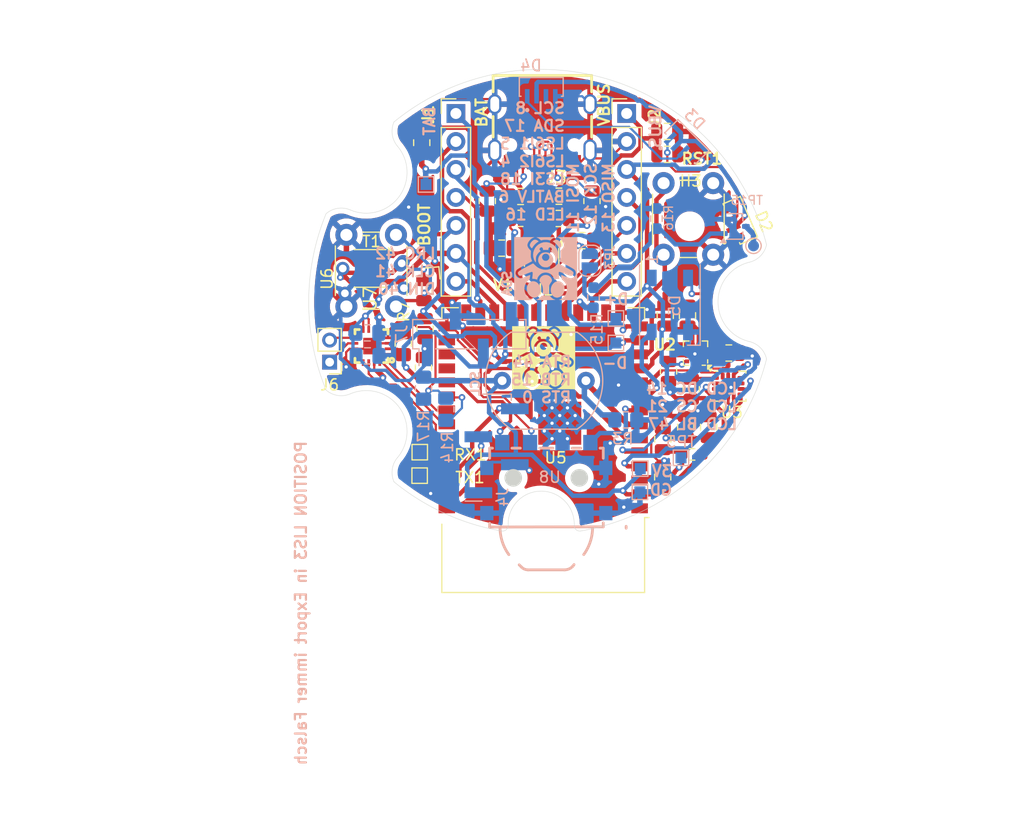
<source format=kicad_pcb>
(kicad_pcb (version 20240108) (generator "pcbnew") (generator_version "8.0")
  (layers (0 "F.Cu" signal) (31 "B.Cu" signal) (34 "B.Paste" user) (35 "F.Paste" user) (36 "B.SilkS" user "B.Silkscreen") (37 "F.SilkS" user "F.Silkscreen") (38 "B.Mask" user) (39 "F.Mask" user) (44 "Edge.Cuts" user))
  (net 0 "")
  (net 1 "GND")
  (net 2 "EN")
  (net 3 "Net-(C4-Pad1)")
  (net 4 "Net-(C5-Pad1)")
  (net 5 "VBUS")
  (net 6 "BATT_READ")
  (net 7 "Net-(U2-C1)")
  (net 8 "+3V3")
  (net 9 "LCD_DC")
  (net 10 "LCD_CS")
  (net 11 "LCD_BL")
  (net 12 "I2C_SDA")
  (net 13 "I2C_SCL")
  (net 14 "SCK")
  (net 15 "MOSI")
  (net 16 "MISO")
  (net 17 "TP_INT")
  (net 18 "Net-(J3-CC2)")
  (net 21 "Net-(J3-CC1)")
  (net 22 "USB_D-")
  (net 23 "USB_D+")
  (net 24 "LIS3_INT")
  (net 25 "LSM6_INT1")
  (net 26 "LSM6_INT2")
  (net 30 "Net-(U5-U0RXD{slash}GPIO44{slash}CLK_OUT2)")
  (net 33 "SWITCH2")
  (net 34 "ROT_B")
  (net 37 "Net-(U5-U0TXD{slash}GPIO43{slash}CLK_OUT1)")
  (net 38 "Net-(Q1-G)")
  (net 40 "Net-(JP3-A)")
  (net 41 "IO2")
  (net 42 "IO1")
  (net 43 "LDR")
  (net 44 "Net-(J6-Pin_2)")
  (net 45 "WS2812")
  (net 46 "Net-(U7-GAIN)")
  (net 47 "Net-(U7-SD)")
  (net 52 "I2SLRC")
  (net 53 "I2SDIN")
  (net 54 "I2SCLK")
  (net 55 "Net-(J6-Pin_1)")
  (net 57 "SD_CS")
  (net 58 "ROT_S")
  (net 59 "ROT_A")
  (net 60 "/LASER")
  (net 61 "LOAD_SW")
  (net 62 "I2SD")
  (net 63 "Net-(U2-SDO{slash}SA1)")
  (net 64 "Net-(U3-SDO{slash}SA0)")
  (net 65 "Net-(D2-DOUT)")
  (net 66 "Net-(D3-DOUT)")
  (net 68 "Net-(D2-DIN)")
  (footprint "Package_LGA:LGA-14_3x2.5mm_P0.5mm_LayoutBorder3x4y" (layer "F.Cu") (at 116.865 107.8)
    (property "Reference" "U3")
    (property "Value" "LSM6DSOWTR")
  )
  (footprint "Capacitor_SMD:C_0805_2012Metric" (layer "F.Cu") (at 110.93 112.61 -90)
    (property "Reference" "C1" (hide yes))
    (property "Value" "100nF")
  )
  (footprint "Connector_PinHeader_2.54mm:PinHeader_1x07_P2.54mm_Vertical" (layer "F.Cu") (at 107.649697 83.05)
    (property "Reference" "J2")
    (property "Value" "DISP RIGHT")
  )
  (footprint "tp4056:USB-C_SMD-TYPE-C-31-M-12" (layer "F.Cu") (at 100 84.836 180)
    (property "Reference" "J3")
    (property "Value" "TYPE-C-31-M-12" (hide yes))
  )
  (footprint "Capacitor_SMD:C_0805_2012Metric" (layer "F.Cu") (at 89.05 85.7 90)
    (property "Reference" "C8" (hide yes))
    (property "Value" "100nF")
  )
  (footprint "Capacitor_SMD:C_0805_2012Metric_Pad1.18x1.45mm_HandSolder" (layer "F.Cu") (at 96.3 95.27)
    (property "Reference" "C2" (hide yes))
    (property "Value" "1uF")
  )
  (footprint "Package_LGA:Bosch_LGA-8_3x3mm_P0.8mm_ClockwisePinNumbering" (layer "F.Cu") (at 84.43 97.1125 -90)
    (property "Reference" "U6")
    (property "Value" "BME680")
  )
  (footprint "baer_klein:baerklein" (layer "F.Cu") (at 100.098943 105.2)
    (property "Reference" "H1" (hide yes))
    (property "Value" "MountingHole" (hide yes))
  )
  (footprint "Resistor_SMD:R_0805_2012Metric" (layer "F.Cu") (at 89.35 102.5825 90)
    (property "Reference" "R13" (hide yes))
    (property "Value" "10k")
  )
  (footprint "Package_LGA:LGA-12_2x2mm_P0.5mm" (layer "F.Cu") (at 113.9 104.8 180)
    (property "Reference" "U2")
    (property "Value" "LIS3MDL")
  )
  (footprint "TestPoint:TestPoint_Pad_1.0x1.0mm" (layer "F.Cu") (at 88.87 113.79)
    (property "Reference" "RX1")
    (property "Value" "RXD")
  )
  (footprint "Resistor_SMD:R_0805_2012Metric" (layer "F.Cu") (at 98.01 92.57 180)
    (property "Reference" "R8" (hide yes))
    (property "Value" "22R")
  )
  (footprint "Capacitor_SMD:C_0805_2012Metric" (layer "F.Cu") (at 101.5 90.56)
    (property "Reference" "C4" (hide yes))
    (property "Value" "DNP")
  )
  (footprint "Capacitor_SMD:C_0805_2012Metric_Pad1.18x1.45mm_HandSolder" (layer "F.Cu") (at 103.6 94.59 180)
    (property "Reference" "C3" (hide yes))
    (property "Value" "1uF")
  )
  (footprint "tp4056:ESP32-S3-WROOM-1" (layer "F.Cu") (at 100.075 113.625 180)
    (property "Reference" "U5")
    (property "Value" "ESP32-S3-WROOM-1-Espressif")
  )
  (footprint "Connector_PinHeader_2.54mm:PinHeader_1x07_P2.54mm_Vertical" (layer "F.Cu") (at 92.149697 83.05)
    (property "Reference" "J1")
    (property "Value" "DISP LEFT")
  )
  (footprint "Resistor_SMD:R_0603_1608Metric_Pad0.98x0.95mm_HandSolder" (layer "F.Cu") (at 113.58 113.99 180)
    (property "Reference" "R1" (hide yes))
    (property "Value" "10k")
  )
  (footprint "Resistor_SMD:R_0805_2012Metric_Pad1.20x1.40mm_HandSolder" (layer "F.Cu") (at 87.37 103.94 -90)
    (property "Reference" "R7")
    (property "Value" "100K")
  )
  (footprint "Capacitor_SMD:C_0805_2012Metric" (layer "F.Cu") (at 115.09 111.52 -90)
    (property "Reference" "C12" (hide yes))
    (property "Value" "100nF")
  )
  (footprint "tp4056:TQFN-16_L3.0-W3.0-P0.50-BL-EP1.5" (layer "F.Cu") (at 84.49 104.16 90)
    (property "Reference" "U7")
    (property "Value" "~" (hide yes))
  )
  (footprint "Capacitor_SMD:C_0805_2012Metric" (layer "F.Cu") (at 116.92 104.79)
    (property "Reference" "C9" (hide yes))
    (property "Value" "100nF")
  )
  (footprint "Connector_PinHeader_2.00mm:PinHeader_1x02_P2.00mm_Vertical" (layer "F.Cu") (at 80.69 105.62 180)
    (property "Reference" "J6")
    (property "Value" "Conn_01x02_Pin")
  )
  (footprint "Resistor_SMD:R_0805_2012Metric" (layer "F.Cu") (at 89.25 99.12 -90)
    (property "Reference" "R10" (hide yes))
    (property "Value" "10k")
  )
  (footprint "Resistor_SMD:R_0805_2012Metric" (layer "F.Cu") (at 104.5 91 -90)
    (property "Reference" "R6" (hide yes))
    (property "Value" "5k1")
  )
  (footprint "Resistor_SMD:R_0805_2012Metric" (layer "F.Cu") (at 101.47 92.58 180)
    (property "Reference" "R9" (hide yes))
    (property "Value" "22R")
  )
  (footprint "MountingHole:MountingHole_2.2mm_M2" (layer "F.Cu") (at 113.38 93.28)
    (property "Reference" "H3")
    (property "Value" "MountingHole")
  )
  (footprint "TestPoint:TestPoint_Pad_1.0x1.0mm" (layer "F.Cu") (at 88.86 115.92)
    (property "Reference" "TX1")
    (property "Value" "TXD")
  )
  (footprint "Resistor_SMD:R_0805_2012Metric" (layer "F.Cu") (at 95 91 -90)
    (property "Reference" "R5" (hide yes))
    (property "Value" "5k1")
  )
  (footprint "Capacitor_SMD:C_0805_2012Metric" (layer "F.Cu") (at 111.33 84.68 180)
    (property "Reference" "C6" (hide yes))
    (property "Value" "100nF")
  )
  (footprint "Resistor_SMD:R_0805_2012Metric" (layer "F.Cu") (at 89.21 106.11 -90)
    (property "Reference" "R11" (hide yes))
    (property "Value" "10k")
  )
  (footprint "MLX90640:MLX90640" (layer "F.Cu") (at 86.262355 96.094247 -130)
    (property "Reference" "T1")
    (property "Value" "MLX90640")
  )
  (footprint "Resistor_SMD:R_0805_2012Metric" (layer "F.Cu") (at 111.45 106.4675 -90)
    (property "Reference" "R4" (hide yes))
    (property "Value" "10k")
  )
  (footprint "Button_Switch_THT:SW_PUSH_6mm" (layer "F.Cu") (at 86.71 94.07 -90)
    (property "Reference" "SW1" (hide yes))
    (property "Value" "BOOT")
  )
  (footprint "Capacitor_SMD:C_0805_2012Metric" (layer "F.Cu") (at 110.92 116.05 -90)
    (property "Reference" "C19" (hide yes))
    (property "Value" "100nF")
  )
  (footprint "Capacitor_SMD:C_0805_2012Metric" (layer "F.Cu") (at 113.17 101.39 -90)
    (property "Reference" "C11" (hide yes))
    (property "Value" "100nF")
  )
  (footprint "Resistor_SMD:R_0805_2012Metric" (layer "F.Cu") (at 113.51 108.07 -90)
    (property "Reference" "R12" (hide yes))
    (property "Value" "10k")
  )
  (footprint "Button_Switch_THT:SW_PUSH_6mm" (layer "F.Cu") (at 115.5 89.37 -90)
    (property "Reference" "RST1")
    (property "Value" "RST")
  )
  (footprint "Capacitor_SMD:C_0805_2012Metric" (layer "F.Cu") (at 111.15 101.39 -90)
    (property "Reference" "C10" (hide yes))
    (property "Value" "1uF")
  )
  (footprint "Capacitor_SMD:C_0805_2012Metric" (layer "F.Cu") (at 113.01 111.51 -90)
    (property "Reference" "C13" (hide yes))
    (property "Value" "100nF")
  )
  (footprint "Capacitor_SMD:C_0805_2012Metric" (layer "F.Cu") (at 111.34 86.76 180)
    (property "Reference" "C7" (hide yes))
    (property "Value" "1uF")
  )
  (footprint "tp4056:LED_WS2812B-4020" (layer "F.Cu") (at 117.96 92.75 -67)
    (property "Reference" "D2")
    (property "Value" "WS2812B-4020")
  )
  (footprint "Package_TO_SOT_SMD:SOT-23-5" (layer "F.Cu") (at 99.93 96.11 -90)
    (property "Reference" "U1")
    (property "Value" "RT9013")
  )
  (footprint "Capacitor_SMD:C_0805_2012Metric" (layer "F.Cu") (at 98.02 90.58 180)
    (property "Reference" "C5" (hide yes))
    (property "Value" "DNP")
  )
  (footprint "TestPoint:TestPoint_Pad_1.0x1.0mm" (layer "B.Cu") (at 112.58 114.3 180)
    (property "Reference" "TP5")
    (property "Value" "GND")
  )
  (footprint "Resistor_SMD:R_0603_1608Metric_Pad0.98x0.95mm_HandSolder" (layer "B.Cu") (at 104.64 99.77 -90)
    (property "Reference" "R15")
    (property "Value" "10k")
  )
  (footprint "Connector_PinHeader_2.54mm:PinHeader_1x04_P2.54mm_Vertical_SMD_Pin1Right" (layer "B.Cu") (at 93.37 103.08 -90)
    (property "Reference" "J7")
    (property "Value" "Conn_01x04_Pin")
  )
  (footprint "TestPoint:TestPoint_Pad_1.0x1.0mm" (layer "B.Cu") (at 108.88 115.28 180)
    (property "Reference" "TP3" (hide yes))
    (property "Value" "3V3")
  )
  (footprint "tp4056:LED_WS2812B-4020" (layer "B.Cu") (at 113.112602 85.61052 135)
    (property "Reference" "D3")
    (property "Value" "WS2812B-4020")
  )
  (footprint "Resistor_SMD:R_0805_2012Metric_Pad1.20x1.40mm_HandSolder" (layer "B.Cu") (at 91.24 109.9 90)
    (property "Reference" "R14")
    (property "Value" "3k")
  )
  (footprint "Resistor_SMD:R_0805_2012Metric_Pad1.20x1.40mm_HandSolder" (layer "B.Cu") (at 107.57 110.86)
    (property "Reference" "R3")
    (property "Value" "N.C.")
  )
  (footprint "OptoDevice:R_LDR_10x8.5mm_P7.6mm_Vertical" (layer "B.Cu") (at 96.35 107.299999)
    (property "Reference" "R2" (hide yes))
    (property "Value" "LDR03")
  )
  (footprint "Connector_PinHeader_2.54mm:PinHeader_1x04_P2.54mm_Vertical_SMD_Pin1Left" (layer "B.Cu") (at 95.845 113.66)
    (property "Reference" "J4")
    (property "Value" "Conn_01x04_Pin")
  )
  (footprint "tp4056:SW-SMD_SIQ-02FVS3_1" (layer "B.Cu") (at 100.354999 118.184)
    (property "Reference" "U8")
    (property "Value" "~")
    (fp_poly (pts (xy -2.2 -2.0645) (xy -2.220058 -1.886483) (xy -2.279225 -1.717393) (xy -2.374535 -1.565708) (xy -2.501208 -1.439035) (xy -2.652893 -1.343725) (xy -2.821983 -1.284558) (xy -3 -1.2645) (xy -3.178017 -1.284558) (xy -3.347107 -1.343725) (xy -3.498792 -1.439035) (xy -3.625465 -1.565708) (xy -3.720775 -1.717394) (xy -3.779942 -1.886483) (xy -3.8 -2.0645) (xy -3.779943 -2.242517) (xy -3.720775 -2.411607) (xy -3.625465 -2.563292) (xy -3.498792 -2.689965) (xy -3.347107 -2.785275) (xy -3.178018 -2.844442) (xy -3 -2.8645) (xy -2.821983 -2.844442) (xy -2.652893 -2.785275) (xy -2.501208 -2.689965) (xy -2.374535 -2.563292) (xy -2.279225 -2.411607) (xy -2.220058 -2.242517)) (fill solid) (layer "Edge.Cuts"))
    (fp_poly (pts (xy 3.8 -2.0645) (xy 3.779941 -1.886483) (xy 3.720775 -1.717393) (xy 3.625465 -1.565708) (xy 3.498792 -1.439035) (xy 3.347107 -1.343724) (xy 3.178017 -1.284559) (xy 3 -1.2645) (xy 2.821983 -1.284558) (xy 2.652893 -1.343725) (xy 2.501208 -1.439035) (xy 2.374535 -1.565708) (xy 2.279225 -1.717393) (xy 2.220058 -1.886483) (xy 2.2 -2.0645) (xy 2.220058 -2.242517) (xy 2.279225 -2.411607) (xy 2.374535 -2.563291) (xy 2.501208 -2.689965) (xy 2.652893 -2.785275) (xy 2.821983 -2.844442) (xy 3 -2.8645) (xy 3.178017 -2.844442) (xy 3.347107 -2.785275) (xy 3.498792 -2.689965) (xy 3.625465 -2.563292) (xy 3.720775 -2.411607) (xy 3.779942 -2.242517)) (fill solid) (layer "Edge.Cuts"))
  )
  (footprint "tp4056:LED_WS2812B-4020" (layer "B.Cu") (at 99.897219 80.638164 180)
    (property "Reference" "D4")
    (property "Value" "WS2812B-4020")
  )
  (footprint "Jumper:SolderJumper-2_P1.3mm_Open_RoundedPad1.0x1.5mm" (layer "B.Cu") (at 104.31 96.41 -90)
    (property "Reference" "JP3")
    (property "Value" "Jumper_2_Small_Open")
  )
  (footprint "Resistor_SMD:R_0805_2012Metric_Pad1.20x1.40mm_HandSolder" (layer "B.Cu") (at 89.21 107.98 90)
    (property "Reference" "R17")
    (property "Value" "680K")
  )
  (footprint "Resistor_SMD:R_0603_1608Metric_Pad0.98x0.95mm_HandSolder" (layer "B.Cu") (at 110.35 92.59 90)
    (property "Reference" "R16")
    (property "Value" "10k")
  )
  (footprint "TestPoint:TestPoint_Pad_1.0x1.0mm" (layer "B.Cu") (at 106.67 103.88 180)
    (property "Reference" "TP2" (hide yes))
    (property "Value" "D-")
  )
  (footprint "baer_klein:baerklein" (layer "B.Cu") (at 100.3127 97.1173 180)
    (property "Reference" "H2" (hide yes))
    (property "Value" "MountingHole" (hide yes))
  )
  (footprint "TestPoint:TestPoint_Pad_1.0x1.0mm" (layer "B.Cu") (at 89.44 89.49 180)
    (property "Reference" "TP10" (hide yes))
    (property "Value" "BATT")
  )
  (footprint "LED_SMD:LED_WS2812B_PLCC4_5.0x5.0mm_P3.2mm" (layer "B.Cu") (at 111.57 100.43 -90)
    (property "Reference" "D5")
    (property "Value" "WS2812B")
  )
  (footprint "TestPoint:TestPoint_Pad_1.0x1.0mm" (layer "B.Cu") (at 106.67 101.65 180)
    (property "Reference" "TP1" (hide yes))
    (property "Value" "D+")
  )
  (footprint "Package_TO_SOT_SMD:SOT-323_SC-70" (layer "B.Cu") (at 117.47 93.3)
    (property "Reference" "Q1" (hide yes))
    (property "Value" "SI1308EDL")
  )
  (footprint "Capacitor_SMD:C_0805_2012Metric_Pad1.18x1.45mm_HandSolder" (layer "B.Cu") (at 84.113 102.96)
    (property "Reference" "C16" (hide yes))
    (property "Value" "100nF")
  )
  (footprint "TestPoint:TestPoint_Pad_1.0x1.0mm" (layer "B.Cu") (at 108.85 117.39 180)
    (property "Reference" "TP4" (hide yes))
    (property "Value" "GND")
  )
  (footprint "TestPoint:TestPoint_Pad_D1.0mm" (layer "B.Cu") (at 119.16 95.06 180)
    (property "Reference" "TP15")
    (property "Value" "TestPoint")
  )
  (footprint "Capacitor_SMD:C_0805_2012Metric_Pad1.18x1.45mm_HandSolder" (layer "B.Cu") (at 84.1275 105.05)
    (property "Reference" "C15" (hide yes))
    (property "Value" "10uF")
  )
  (gr_arc (start 82.564897 108.496126) (mid 86.990284 109.698294) (end 86.847361 114.281828) (stroke (width 0.0381)) (layer "Edge.Cuts"))
  (gr_arc (start 82.564897 108.496126) (mid 81.417123 108.6393) (end 80.367639 108.153014) (stroke (width 0.0381)) (layer "Edge.Cuts"))
  (gr_arc (start 86.847361 86.017298) (mid 86.375166 84.961401) (end 86.533688 83.815644) (stroke (width 0.0381)) (layer "Edge.Cuts"))
  (gr_arc (start 96.892726 120.432637) (mid 96.72194 120.827031) (end 96.308145 120.943178) (stroke (width 0.0381)) (layer "Edge.Cuts"))
  (gr_arc (start 118.782605 103.748655) (mid 115.940824 100.149563) (end 118.782605 96.550471) (stroke (width 0.0381)) (layer "Edge.Cuts"))
  (gr_arc (start 118.782605 103.748655) (mid 119.790336 104.316428) (end 120.344571 105.331668) (stroke (width 0.0381)) (layer "Edge.Cuts"))
  (gr_arc (start 86.847361 86.017298) (mid 86.990277 90.600826) (end 82.564897 91.803) (stroke (width 0.0381)) (layer "Edge.Cuts"))
  (gr_arc (start 120.344571 94.967458) (mid 119.790336 95.982698) (end 118.782605 96.550471) (stroke (width 0.0381)) (layer "Edge.Cuts"))
  (gr_arc (start 103.473503 120.943178) (mid 103.059706 120.827035) (end 102.888922 120.432637) (stroke (width 0.0381)) (layer "Edge.Cuts"))
  (gr_arc (start 86.533688 83.815644) (mid 106.5 80.11138) (end 120.344571 94.967458) (stroke (width 0.0381)) (layer "Edge.Cuts"))
  (gr_arc (start 86.533688 116.483482) (mid 86.375164 115.337725) (end 86.847361 114.281828) (stroke (width 0.0381)) (layer "Edge.Cuts"))
  (gr_arc (start 96.892726 120.432637) (mid 99.890824 117.325828) (end 102.888922 120.432637) (stroke (width 0.0381)) (layer "Edge.Cuts"))
  (gr_arc (start 80.367639 108.153014) (mid 78.790824 100.149563) (end 80.367639 92.146112) (stroke (width 0.0381)) (layer "Edge.Cuts"))
  (gr_arc (start 80.367639 92.146112) (mid 81.417121 91.659819) (end 82.564897 91.803) (stroke (width 0.0381)) (layer "Edge.Cuts"))
  (gr_arc (start 96.308145 120.943178) (mid 91.132311 119.345876) (end 86.533688 116.483482) (stroke (width 0.0381)) (layer "Edge.Cuts"))
  (gr_arc (start 120.344571 105.331668) (mid 114.221464 115.63642) (end 103.473503 120.943178) (stroke (width 0.0381)) (layer "Edge.Cuts"))
  (gr_text "POSITION LIS3 in Export immer Falsch" (at 78.67 112.67 90) (layer "B.SilkS") (effects (font (size 1 1) (thickness 0.2) (bold yes)) (justify left bottom mirror)))
  (gr_text "LCD DC 14\nLCD CS 21\nLCD BL 47" (at 117.8 111.83 0) (layer "B.SilkS") (effects (font (size 1 1) (thickness 0.2) (bold yes)) (justify left bottom mirror)))
  (gr_text "GD" (at 111.9 117.8 0) (layer "B.SilkS") (effects (font (size 1 1) (thickness 0.2) (bold yes)) (justify left bottom mirror)))
  (gr_text "MOSI 11\nSCK 12\nMISO 13\n" (at 106.59 87.44 90) (layer "B.SilkS") (effects (font (size 1 1) (thickness 0.2) (bold yes)) (justify left bottom mirror)))
  (gr_text "LRC 42\nCLK 41\nDIN 40\n" (at 90.43 99.57 0) (layer "B.SilkS") (effects (font (size 1 1) (thickness 0.2) (bold yes)) (justify left bottom mirror)))
  (gr_text "RTA 44\nRTB 15\nRTS 0" (at 102.73 109.4 0) (layer "B.SilkS") (effects (font (size 1 1) (thickness 0.2) (bold yes)) (justify left bottom mirror)))
  (gr_text "SCL 8\nSDA 17\nLS6I1 5\nLS6I2 4\nLS3I 18\nBATLV 6\nLED 16" (at 102.16 92.81 0) (layer "B.SilkS") (effects (font (size 1 1) (thickness 0.2) (bold yes)) (justify left bottom mirror)))
  (gr_text "VBUS" (at 110.84 82.18 90) (layer "B.SilkS") (effects (font (size 1 1) (thickness 0.2) (bold yes)) (justify left bottom mirror)))
  (gr_text "D-" (at 107.84 106.28 -0) (layer "B.SilkS") (effects (font (size 1 1) (thickness 0.2) (bold yes)) (justify left bottom mirror)))
  (gr_text "SDA" (at 97.27 97.22 90) (layer "B.SilkS") (effects (font (size 0.8 0.8) (thickness 0.2) (bold yes)) (justify left bottom mirror)))
  (gr_text "BAT" (at 90.33 82.29 90) (layer "B.SilkS") (effects (font (size 1 1) (thickness 0.2) (bold yes)) (justify left bottom mirror)))
  (gr_text "D+" (at 107.93 100.5 -0) (layer "B.SilkS") (effects (font (size 1 1) (thickness 0.2) (bold yes)) (justify left bottom mirror)))
  (gr_text "3V" (at 111.9 116.1 0) (layer "B.SilkS") (effects (font (size 1 1) (thickness 0.2) (bold yes)) (justify left bottom mirror)))
  (gr_text "SCL" (at 94.39 106.33 90) (layer "B.SilkS") (effects (font (size 0.8 0.8) (thickness 0.2) (bold yes)) (justify left bottom mirror)))
  (gr_text "BAT" (at 95.06 84.42 90) (layer "F.SilkS") (effects (font (size 1 1) (thickness 0.2) (bold yes)) (justify left bottom)))
  (gr_text "VBUS" (at 106.172 84.32 90) (layer "F.SilkS") (effects (font (size 1 1) (thickness 0.2) (bold yes)) (justify left bottom)))
  (gr_text "V1" (at 95.4 99.21 0) (layer "F.SilkS") (effects (font (size 1 1) (thickness 0.2) (bold yes)) (justify left bottom)))
  (gr_text "BOOT" (at 89.86 95.21 90) (layer "F.SilkS") (effects (font (size 1 1) (thickness 0.2) (bold yes)) (justify left bottom)))
  (segment (start 100.91 106.199999) (end 95.479999 106.199999) (width 0.3) (layer "F.Cu") (net 1))
  (segment (start 116.31 107.55) (end 116.46 107.7) (width 0.3) (layer "F.Cu") (net 1))
  (segment (start 95.68 89.08) (end 95.68 87.125) (width 0.3) (layer "F.Cu") (net 1))
  (segment (start 105.44 81.8) (end 108.787437 81.8) (width 0.4) (layer "F.Cu") (net 1))
  (segment (start 106.114697 87.125) (end 107.649697 85.59) (width 0.2) (layer "F.Cu") (net 1))
  (segment (start 105.25 106.04) (end 106.91 107.7) (width 0.3) (layer "F.Cu") (net 1))
  (segment (start 96.6355 114.6945) (end 92.566119 118.763881) (width 0.25) (layer "F.Cu") (net 1))
  (segment (start 107.39 118.78) (end 108.190467 118.78) (width 0.4) (layer "F.Cu") (net 1))
  (segment (start 110.92 114.71) (end 111.07 114.56) (width 0.2) (layer "F.Cu") (net 1))
  (segment (start 82.19 104.71) (end 82.19 106.05) (width 0.2) (layer "F.Cu") (net 1))
  (segment (start 111.892302 83.662302) (end 112.56 84.33) (width 0.4) (layer "F.Cu") (net 1))
  (segment (start 95.479999 106.199999) (end 95.375 106.095) (width 0.3) (layer "F.Cu") (net 1))
  (segment (start 110.93 109.5) (end 110.9 109.47) (width 0.55) (layer "F.Cu") (net 1))
  (segment (start 85.51 107.05) (end 85.52 107.04) (width 0.2) (layer "F.Cu") (net 1))
  (segment (start 89.05 83.54) (end 89.05 84.75) (width 0.2) (layer "F.Cu") (net 1))
  (segment (start 103.8625 91.9125) (end 104.5 91.9125) (width 0.2) (layer "F.Cu") (net 1))
  (segment (start 115.705 107.55) (end 116.31 107.55) (width 0.3) (layer "F.Cu") (net 1))
  (segment (start 110.75 100.84) (end 111.15 100.44) (width 0.25) (layer "F.Cu") (net 1))
  (segment (start 98.81 115.44) (end 98.0645 114.6945) (width 0.25) (layer "F.Cu") (net 1))
  (segment (start 82.99 104.41) (end 84.24 104.41) (width 0.2) (layer "F.Cu") (net 1))
  (segment (start 117.087758 109.567758) (end 117.087758 109.567757) (width 0.3) (layer "F.Cu") (net 1))
  (segment (start 100.91 106.199999) (end 102.520001 106.199999) (width 0.3) (layer "F.Cu") (net 1))
  (segment (start 96.285 82.32) (end 104.32 82.32) (width 0.2) (layer "F.Cu") (net 1))
  (segment (start 116.1 108.06) (end 116.46 107.7) (width 0.2) (layer "F.Cu") (net 1))
  (segment (start 105.74 93.4875) (end 105.74 91.5) (width 0.5) (layer "F.Cu") (net 1))
  (segment (start 114.15 105.18) (end 114.15 105.5625) (width 0.2) (layer "F.Cu") (net 1))
  (segment (start 109.5 100.84) (end 110.75 100.84) (width 0.25) (layer "F.Cu") (net 1))
  (segment (start 93.95 90.8625) (end 93.95 88.855) (width 0.3) (layer "F.Cu") (net 1))
  (segment (start 92.29 118.763881) (end 92.269366 118.784515) (width 0.25) (layer "F.Cu") (net 1))
  (segment (start 98.81 115.44) (end 99.93 114.32) (width 0.25) (layer "F.Cu") (net 1))
  (segment (start 84.738 105.66) (end 84.738 106.338) (width 0.2) (layer "F.Cu") (net 1))
  (segment (start 110.703106 82.853684) (end 111.4476 83.342011) (width 0.4) (layer "F.Cu") (net 1))
  (segment (start 90.390087 118.280087) (end 89.86 117.75) (width 0.25) (layer "F.Cu") (net 1))
  (segment (start 92.75 103.47) (end 95.375 106.095) (width 0.3) (layer "F.Cu") (net 1))
  (segment (start 94.8 107.69) (end 94.8 106.68) (width 0.3) (layer "F.Cu") (net 1))
  (segment (start 102.520001 106.199999) (end 102.68 106.04) (width 0.3) (layer "F.Cu") (net 1))
  (segment (start 83.2425 96.7125) (end 82.963362 96.7125) (width 0.5) (layer "F.Cu") (net 1))
  (segment (start 84.738 105.66) (end 84.738 104.408) (width 0.2) (layer "F.Cu") (net 1))
  (segment (start 116.865 108.71) (end 116.865 109.345) (width 0.25) (layer "F.Cu") (net 1))
  (segment (start 109.88 112.71) (end 110.93 111.66) (width 0.2) (layer "F.Cu") (net 1))
  (segment (start 92.566119 118.763881) (end 92.29 118.763881) (width 0.25) (layer "F.Cu") (net 1))
  (segment (start 111.07 114.56) (end 110.490966 114.56) (width 0.2) (layer "F.Cu") (net 1))
  (segment (start 115.715 108.06) (end 116.1 108.06) (width 0.2) (layer "F.Cu") (net 1))
  (segment (start 95.316 82.561) (end 95.68 82.925) (width 0.4) (layer "F.Cu") (net 1))
  (segment (start 117.95 104.77) (end 118.76 104.77) (width 0.3) (layer "F.Cu") (net 1))
  (segment (start 104.5 91.9125) (end 105.3275 91.9125) (width 0.2) (layer "F.Cu") (net 1))
  (segment (start 97.930456 96.345) (end 96.3375 96.345) (width 0.3) (layer "F.Cu") (net 1))
  (segment (start 93.537 84.34) (end 95.316 82.561) (width 0.4) (layer "F.Cu") (net 1))
  (segment (start 84.738 106.338) (end 85.45 107.05) (width 0.2) (layer "F.Cu") (net 1))
  (segment (start 116.865 108.105) (end 116.865 108.71) (width 0.3) (layer "F.Cu") (net 1))
  (segment (start 95.213 81.74) (end 90.885577 81.74) (width 0.2) (layer "F.Cu") (net 1))
  (segment (start 110.457509 82.707509) (end 110.703106 82.853684) (width 0.4) (layer "F.Cu") (net 1))
  (segment (start 95.68 87.125) (end 95.68 82.925) (width 0.2) (layer "F.Cu") (net 1))
  (segment (start 99.362271 96.202728) (end 98.072728 96.202728) (width 0.3) (layer "F.Cu") (net 1))
  (segment (start 98.0645 114.6945) (end 96.6355 114.6945) (width 0.25) (layer "F.Cu") (net 1))
  (segment (start 91.824851 118.34) (end 90.507757 118.34) (width 0.25) (layer "F.Cu") (net 1))
  (segment (start 82.963362 96.7125) (end 82.21 95.959138) (width 0.5) (layer "F.Cu") (net 1))
  (segment (start 118.76 104.77) (end 119.05 105.06) (width 0.3) (layer "F.Cu") (net 1))
  (segment (start 114.02 105.05) (end 114.6625 105.05) (width 0.2) (layer "F.Cu") (net 1))
  (segment (start 96.8 87.725) (end 96.28 87.725) (width 0.2) (layer "F.Cu") (net 1))
  (segment (start 96.28 87.725) (end 95.68 87.125) (width 0.2) (layer "F.Cu") (net 1))
  (segment (start 109.153709 81.97673) (end 109.937965 82.398286) (width 0.4) (layer "F.Cu") (net 1))
  (segment (start 85.99 103.908) (end 86.402 103.908) (width 0.2) (layer "F.Cu") (net 1))
  (segment (start 114.45 87.28) (end 113.43 87.28) (width 0.2) (layer "F.Cu") (net 1))
  (segment (start 104.32 82.32) (end 104.32 87.125) (width 0.2) (layer "F.Cu") (net 1))
  (segment (start 90.61 99) (end 91.81 100.2) (width 0.381) (layer "F.Cu") (net 1))
  (segment (start 89.05 84.75) (end 89.46 84.34) (width 0.4) (layer "F.Cu") (net 1))
  (segment (start 110.93 111.66) (end 110.93 109.5) (width 0.55) (layer "F.Cu") (net 1))
  (segment (start 99.93 94.9725) (end 99.93 95.634999) (width 0.3) (layer "F.Cu") (net 1))
  (segment (start 96.8 87.725) (end 96.8 90.25) (width 0.2) (layer "F.Cu") (net 1))
  (segment (start 109.88 113.949034) (end 109.88 112.71) (width 0.2) (layer "F.Cu") (net 1))
  (segment (start 99.93 95.634999) (end 99.362271 96.202728) (width 0.3) (layer "F.Cu") (net 1))
  (segment (start 99.93 114.32) (end 99.93 113.51) (width 0.25) (layer "F.Cu") (net 1))
  (segment (start 116.865 108.985) (end 116.865 109.08) (width 0.2) (layer "F.Cu") (net 1))
  (segment (start 113.43 87.28) (end 113.12 87.59) (width 0.2) (layer "F.Cu") (net 1))
  (segment (start 113.84 104.87) (end 114.02 105.05) (width 0.2) (layer "F.Cu") (net 1))
  (segment (start 116.46 107.7) (end 116.865 108.105) (width 0.3) (layer "F.Cu") (net 1))
  (segment (start 113.58 110.56) (end 114.11 110.03) (width 0.55) (layer "F.Cu") (net 1))
  (segment (start 111.2 111.93) (end 110.93 111.66) (width 0.2) (layer "F.Cu") (net 1))
  (segment (start 111.2 112.51) (end 111.2 111.93) (width 0.2) (layer "F.Cu") (net 1))
  (segment (start 90.885577 81.74) (end 90.813785 81.776215) (width 0.2) (layer "F.Cu") (net 1))
  (segment (start 108.787437 81.8) (end 109.153709 81.97673) (width 0.4) (layer "F.Cu") (net 1))
  (segment (start 95.509999 108.399999) (end 94.8 107.69) (width 0.3) (layer "F.Cu") (net 1))
  (segment (start 98.809999 108.399999) (end 95.509999 108.399999) (width 0.3) (layer "F.Cu") (net 1))
  (segment (start 112.56 84.33) (end 112.56 85.31) (width 0.4) (layer "F.Cu") (net 1))
  (segment (start 114.65 110.57) (end 114.11 110.03) (width 0.2) (layer "F.Cu") (net 1))
  (segment (start 95.68 82.925) (end 96.285 82.32) (width 0.2) (layer "F.Cu") (net 1))
  (segment (start 90.468927 118.320229) (end 90.390087 118.280087) (width 0.25) (layer "F.Cu") (net 1))
  (segment (start 92.75 102.325002) (end 92.75 103.47) (width 0.3) (layer "F.Cu") (net 1))
  (segment (start 117.12 107.91) (end 116.865 108.165) (width 0.2) (layer "F.Cu") (net 1))
  (segment (start 98.072728 96.202728) (end 97.930456 96.345) (width 0.3) (layer "F.Cu") (net 1))
  (segment (start 96.64 90.45) (end 96.23 90.86) (width 0.3) (layer "F.Cu") (net 1))
  (segment (start 104.6375 94.59) (end 105.74 93.4875) (width 0.5) (layer "F.Cu") (net 1))
  (segment (start 117.087758 109.567757) (end 117.365 109.290515) (width 0.3) (layer "F.Cu") (net 1))
  (segment (start 90.813785 81.776215) (end 89.05 83.54) (width 0.2) (layer "F.Cu") (net 1))
  (segment (start 86.402 103.908) (end 87.37 102.94) (width 0.2) (layer "F.Cu") (net 1))
  (segment (start 110.490966 114.56) (end 109.88 113.949034) (width 0.2) (layer "F.Cu") (net 1))
  (segment (start 95 91.9125) (end 93.95 90.8625) (width 0.3) (layer "F.Cu") (net 1))
  (segment (start 111.4476 83.342011) (end 111.892302 83.662302) (width 0.4) (layer "F.Cu") (net 1))
  (segment (start 105.3275 91.9125) (end 105.74 91.5) (width 0.2) (layer "F.Cu") (net 1))
  (segment (start 85.45 107.05) (end 85.51 107.05) (width 0.2) (layer "F.Cu") (net 1))
  (segment (start 99.93 113.51) (end 100.875 112.565) (width 0.25) (layer "F.Cu") (net 1))
  (segment (start 104.32 87.125) (end 106.114697 87.125) (width 0.2) (layer "F.Cu") (net 1))
  (segment (start 116.865 108.71) (end 116.865 109.08) (width 0.25) (layer "F.Cu") (net 1))
  (segment (start 94.8 106.68) (end 95.375 106.105) (width 0.3) (layer "F.Cu") (net 1))
  (segment (start 112.29 86.76) (end 113.12 87.59) (width 0.2) (layer "F.Cu") (net 1))
  (segment (start 95.375 106.105) (end 95.375 106.095) (width 0.3) (layer "F.Cu") (net 1))
  (segment (start 109.937965 82.398286) (end 110.457509 82.707509) (width 0.4) (layer "F.Cu") (net 1))
  (segment (start 97.05 90.45) (end 95.68 89.08) (width 0.3) (layer "F.Cu") (net 1))
  (segment (start 90.507757 118.34) (end 90.468927 118.320229) (width 0.25) (layer "F.Cu") (net 1))
  (segment (start 114.274708 104.87) (end 113.84 104.87) (width 0.2) (layer "F.Cu") (net 1))
  (segment (start 104.3 82.94) (end 105.44 81.8) (width 0.4) (layer "F.Cu") (net 1))
  (segment (start 113.84 104.87) (end 114.15 105.18) (width 0.2) (layer "F.Cu") (net 1))
  (segment (start 104.32 87.125) (end 103.8 87.125) (width 0.2) (layer "F.Cu") (net 1))
  (segment (start 93.95 88.855) (end 95.68 87.125) (width 0.3) (layer "F.Cu") (net 1))
  (segment (start 90.61 96.810303) (end 90.61 99) (width 0.381) (layer "F.Cu") (net 1))
  (segment (start 103.8 87.125) (end 103.2 87.725) (width 0.2) (layer "F.Cu") (net 1))
  (segment (start 102.68 106.04) (end 105.25 106.04) (width 0.3) (layer "F.Cu") (net 1))
  (segment (start 82.49 104.41) (end 82.19 104.71) (width 0.2) (layer "F.Cu") (net 1))
  (segment (start 115.291375 95.2) (end 115.98 95.2) (width 0.2) (layer "F.Cu") (net 1))
  (segment (start 95.2625 95.27) (end 95.2625 92.175) (width 0.3) (layer "F.Cu") (net 1))
  (segment (start 90.249697 96.45) (end 90.61 96.810303) (width 0.381) (layer "F.Cu") (net 1))
  (segment (start 114.594708 104.55) (end 114.274708 104.87) (width 0.2) (layer "F.Cu") (net 1))
  (segment (start 116.865 109.345) (end 117.087758 109.567758) (width 0.25) (layer "F.Cu") (net 1))
  (segment (start 113.01 110.56) (end 113.58 110.56) (width 0.55) (layer "F.Cu") (net 1))
  (segment (start 102.45 90.5) (end 103.8625 91.9125) (width 0.2) (layer "F.Cu") (net 1))
  (segment (start 85.99 103.908) (end 84.742 103.908) (width 0.2) (layer "F.Cu") (net 1))
  (segment (start 82.21 95.959138) (end 82.21 94.07) (width 0.5) (layer "F.Cu") (net 1))
  (segment (start 89.86 117.75) (end 89.86 117.54) (width 0.25) (layer "F.Cu") (net 1))
  (segment (start 116.865 108.165) (end 116.865 108.395) (width 0.2) (layer "F.Cu") (net 1))
  (segment (start 96.3375 96.345) (end 95.2625 95.27) (width 0.3) (layer "F.Cu") (net 1))
  (segment (start 97.05 90.45) (end 96.64 90.45) (width 0.3) (layer "F.Cu") (net 1))
  (segment (start 117.365 109.290515) (end 117.365 108.71) (width 0.3) (layer "F.Cu") (net 1))
  (segment (start 92.269366 118.784515) (end 91.824851 118.34) (width 0.25) (layer "F.Cu") (net 1))
  (segment (start 89.46 84.34) (end 93.537 84.34) (width 0.4) (layer "F.Cu") (net 1))
  (segment (start 82.99 104.41) (end 82.49 104.41) (width 0.2) (layer "F.Cu") (net 1))
  (segment (start 101.575 111.165) (end 98.809999 108.399999) (width 0.3) (layer "F.Cu") (net 1))
  (segment (start 92.29 118.763881) (end 91.380261 118.763881) (width 0.25) (layer "F.Cu") (net 1))
  (via (at 106.16 112.97) (size 0.6) (drill 0.3) (layers "F.Cu" "B.Cu") (net 1))
  (via (at 85.52 107.04) (size 0.6) (drill 0.3) (layers "F.Cu" "B.Cu") (net 1))
  (via (at 117.12 107.91) (size 0.6) (drill 0.3) (layers "F.Cu" "B.Cu") (net 1))
  (via (at 85.22 101.53) (size 0.6) (drill 0.3) (layers "F.Cu" "B.Cu") (net 1))
  (via (at 111.07 114.56) (size 0.6) (drill 0.3) (layers "F.Cu" "B.Cu") (net 1))
  (via (at 114.11 110.03) (size 0.6) (drill 0.3) (layers "F.Cu" "B.Cu") (net 1))
  (via (at 96.23 90.86) (size 0.6) (drill 0.3) (layers "F.Cu" "B.Cu") (net 1))
  (via (at 109.5 100.84) (size 0.6) (drill 0.3) (layers "F.Cu" "B.Cu") (net 1))
  (via (at 119.05 105.06) (size 0.6) (drill 0.3) (layers "F.Cu" "B.Cu") (net 1))
  (via (at 91.81 100.2) (size 0.6) (drill 0.3) (layers "F.Cu" "B.Cu") (net 1))
  (via (at 90.249697 96.45) (size 0.6) (drill 0.3) (layers "F.Cu" "B.Cu") (net 1))
  (via (at 106.91 107.7) (size 0.6) (drill 0.3) (layers "F.Cu" "B.Cu") (net 1))
  (via (at 110.9 109.47) (size 0.6) (drill 0.3) (layers "F.Cu" "B.Cu") (net 1))
  (via (at 113.84 104.87) (size 0.6) (drill 0.3) (layers "F.Cu" "B.Cu") (net 1))
  (via (at 96.15 97.17) (size 0.6) (drill 0.3) (layers "F.Cu" "B.Cu") (net 1))
  (via (at 114.45 87.28) (size 0.6) (drill 0.3) (layers "F.Cu" "B.Cu") (net 1))
  (via (at 111.2 112.51) (size 0.6) (drill 0.3) (layers "F.Cu" "B.Cu") (net 1))
  (via (at 102.6 103.11) (size 0.6) (drill 0.3) (layers "F.Cu" "B.Cu") (net 1))
  (via (at 100.91 106.199999) (size 0.6) (drill 0.3) (layers "F.Cu" "B.Cu") (net 1))
  (via (at 105.12 116.69) (size 0.6) (drill 0.3) (layers "F.Cu" "B.Cu") (net 1))
  (via (at 105.74 91.5) (size 0.6) (drill 0.3) (layers "F.Cu" "B.Cu") (net 1))
  (via (at 87.86 91.55) (size 0.6) (drill 0.3) (layers "F.Cu" "B.Cu") (net 1))
  (via (at 98.81 115.44) (size 0.6) (drill 0.3) (layers "F.Cu" "B.Cu") (net 1))
  (via (at 107.39 118.78) (size 0.6) (drill 0.3) (layers "F.Cu" "B.Cu") (net 1))
  (via (at 82.19 106.05) (size 0.6) (drill 0.3) (layers "F.Cu" "B.Cu") (net 1))
  (via (at 89.86 117.54) (size 0.6) (drill 0.3) (layers "F.Cu" "B.Cu") (net 1))
  (via (at 92.75 102.325002) (size 0.6) (drill 0.3) (layers "F.Cu" "B.Cu") (net 1))
  (segment (start 88.3695 87.778516) (end 88.3695 84.4695) (width 0.381) (layer "B.Cu") (net 1))
  (segment (start 117.06 105.18) (end 116.43 105.81) (width 0.4) (layer "B.Cu") (net 1))
  (segment (start 117.22 94.36) (end 115.68 95.9) (width 0.5) (layer "B.Cu") (net 1))
  (segment (start 94.556294 81.836294) (end 90.694686 81.836294) (width 0.2) (layer "B.Cu") (net 1))
  (segment (start 82.4513 106.3113) (end 82.7187 106.3113) (width 0.2) (layer "B.Cu") (net 1))
  (segment (start 100.875 106.234999) (end 100.875 109.765) (width 0.3) (layer "B.Cu") (net 1))
  (segment (start 115.68 95.9) (end 115.68 96.55) (width 0.5) (layer "B.Cu") (net 1))
  (segment (start 88.379283 111.51177) (end 88.422513 111.555) (width 0.35) (layer "B.Cu") (net 1))
  (segment (start 89.86 117.54) (end 88.347513 116.027513) (width 0.25) (layer "B.Cu") (net 1))
  (segment (start 113.413122 87.113122) (end 114.283122 87.113122) (width 0.2) (layer "B.Cu") (net 1))
  (segment (start 85.593554 107.809817) (end 85.223737 107.44) (width 0.35) (layer "B.Cu") (net 1))
  (segment (start 103.611164 81.488164) (end 104.325 82.202) (width 0.2) (layer "B.Cu") (net 1))
  (segment (start 88.375762 87.811903) (end 88.3695 87.778516) (width 0.381) (layer "B.Cu") (net 1))
  (segment (start 114.98 105.93) (end 114.27 105.93) (width 0.4) (layer "B.Cu") (net 1))
  (segment (start 81.69 105.2826) (end 81.69 101.09) (width 0.35) (layer "B.Cu") (net 1))
  (segment (start 88.086782 109.556782) (end 88.086782 109.056782) (width 0.35) (layer "B.Cu") (net 1))
  (segment (start 92.75 102.325002) (end 92.02 101.595002) (width 0.381) (layer "B.Cu") (net 1))
  (segment (start 119.17 105.18) (end 117.06 105.18) (width 0.4) (layer "B.Cu") (net 1))
  (segment (start 88.669 83.86198) (end 88.669 84.17) (width 0.2) (layer "B.Cu") (net 1))
  (segment (start 88.372288 111.455225) (end 88.379283 111.51177) (width 0.35) (layer "B.Cu") (net 1))
  (segment (start 113.94 104.97) (end 113.84 104.87) (width 0.4) (layer "B.Cu") (net 1))
  (segment (start 88.375 111.452513) (end 88.372288 111.455225) (width 0.35) (layer "B.Cu") (net 1))
  (segment (start 88.086782 109.056782) (end 86.839817 107.809817) (width 0.35) (layer "B.Cu") (net 1))
  (segment (start 88.3695 84.4695) (end 88.669 84.17) (width 0.381) (layer "B.Cu") (net 1))
  (segment (start 88.375 109.845) (end 88.086782 109.556782) (width 0.35) (layer "B.Cu") (net 1))
  (segment (start 111.63 112.51) (end 114.11 110.03) (width 0.2) (layer "B.Cu") (net 1))
  (segment (start 115 110.03) (end 117.12 107.91) (width 0.2) (layer "B.Cu") (net 1))
  (segment (start 106.91 107.7) (end 108.68 109.47) (width 0.3) (layer "B.Cu") (net 1))
  (segment (start 85.1505 102.96) (end 85.1505 105.0355) (width 0.2) (layer "B.Cu") (net 1))
  (segment (start 95.480499 114.6945) (end 97.5 114.6945) (width 0.25) (layer "B.Cu") (net 1))
  (segment (start 108.68 109.47) (end 110.9 109.47) (width 0.3) (layer "B.Cu") (net 1))
  (segment (start 85.223737 107.44) (end 83.8474 107.44) (width 0.35) (layer "B.Cu") (net 1))
  (segment (start 92.02 100.41) (end 91.81 100.2) (width 0.381) (layer "B.Cu") (net 1))
  (segment (start 119.29 105.3) (end 119.17 105.18) (width 0.4) (layer "B.Cu") (net 1))
  (segment (start 113.94 105.6) (end 113.94 104.97) (width 0.4) (layer "B.Cu") (net 1))
  (segment (start 117.337817 107.91) (end 118.767817 106.48) (width 0.4) (layer "B.Cu") (net 1))
  (segment (start 108.57 111.694382) (end 108.57 110.86) (width 0.381) (layer "B.Cu") (net 1))
  (segment (start 106.1905 112.9395) (end 107.324882 112.9395) (width 0.381) (layer "B.Cu") (net 1))
  (segment (start 85.52 107.04) (end 85.52 107.143737) (width 0.2) (layer "B.Cu") (net 1))
  (segment (start 111.2 112.51) (end 111.63 112.51) (width 0.2) (layer "B.Cu") (net 1))
  (segment (start 90.249697 93.939697) (end 88.725 92.415) (width 0.381) (layer "B.Cu") (net 1))
  (segment (start 88.347513 116.027513) (end 88.347513 110.767487) (width 0.25) (layer "B.Cu") (net 1))
  (segment (start 88.4 91.01) (end 87.86 91.55) (width 0.2) (layer "B.Cu") (net 1))
  (segment (start 119.29 105.3) (end 119.05 105.06) (width 0.4) (layer "B.Cu") (net 1))
  (segment (start 105.754999 115.22) (end 105.754999 116.055001) (width 0.2) (layer "B.Cu") (net 1))
  (segment (start 88.413055 90.996945) (end 88.413055 88.262474) (width 0.381) (layer "B.Cu") (net 1))
  (segment (start 117.22 93.4) (end 117.22 94.36) (width 0.5) (layer "B.Cu") (net 1))
  (segment (start 114.27 105.93) (end 113.94 105.6) (width 0.4) (layer "B.Cu") (net 1))
  (segment (start 118.767817 106.48) (end 118.909239 106.48) (width 0.4) (layer "B.Cu") (net 1))
  (segment (start 115.1 105.81) (end 114.98 105.93) (width 0.4) (layer "B.Cu") (net 1))
  (segment (start 105.74 91.5) (end 105.74 88.545) (width 0.2) (layer "B.Cu") (net 1))
  (segment (start 117.12 107.91) (end 117.337817 107.91) (width 0.4) (layer "B.Cu") (net 1))
  (segment (start 83.8474 107.44) (end 82.7187 106.3113) (width 0.35) (layer "B.Cu") (net 1))
  (segment (start 114.11 110.03) (end 115 110.03) (width 0.2) (layer "B.Cu") (net 1))
  (segment (start 94.954999 115.22) (end 95.480499 114.6945) (width 0.25) (layer "B.Cu") (net 1))
  (segment (start 82.19 106.05) (end 82.4513 106.3113) (width 0.2) (layer "B.Cu") (net 1))
  (segment (start 82.7187 106.3113) (end 81.69 105.2826) (width 0.35) (layer "B.Cu") (net 1))
  (segment (start 90.249697 96.45) (end 90.249697 93.939697) (width 0.381) (layer "B.Cu") (net 1))
  (segment (start 114.283122 87.113122) (end 114.45 87.28) (width 0.2) (layer "B.Cu") (net 1))
  (segment (start 88.347513 110.767487) (end 88.375 110.74) (width 0.25) (layer "B.Cu") (net 1))
  (segment (start 88.413055 88.262474) (end 88.375762 87.811903) (width 0.381) (layer "B.Cu") (net 1))
  (segment (start 118.909239 106.48) (end 119.29 106.099239) (width 0.4) (layer "B.Cu") (net 1))
  (segment (start 116.43 105.81) (end 115.1 105.81) (width 0.4) (layer "B.Cu") (net 1))
  (segment (start 119.19 105.2) (end 119.05 105.06) (width 0.2) (layer "B.Cu") (net 1))
  (segment (start 90.694686 81.836294) (end 88.669 83.86198) (width 0.2) (layer "B.Cu") (net 1))
  (segment (start 116.47 92.65) (end 117.22 93.4) (width 0.5) (layer "B.Cu") (net 1))
  (segment (start 100.91 106.199999) (end 100.875 106.234999) (width 0.3) (layer "B.Cu") (net 1))
  (segment (start 88.725 92.415) (end 87.86 91.55) (width 0.381) (layer "B.Cu") (net 1))
  (segment (start 119.05 105.06) (end 118.44 105.06) (width 0.3) (layer "B.Cu") (net 1))
  (segment (start 95.66 82.94) (end 94.556294 81.836294) (width 0.2) (layer "B.Cu") (net 1))
  (segment (start 87.86 91.55) (end 88.413055 90.996945) (width 0.381) (layer "B.Cu") (net 1))
  (segment (start 105.754999 116.055001) (end 105.12 116.69) (width 0.2) (layer "B.Cu") (net 1))
  (segment (start 88.375 110.74) (end 88.375 111.452513) (width 0.35) (layer "B.Cu") (net 1))
  (segment (start 105.74 88.545) (end 104.32 87.125) (width 0.2) (layer "B.Cu") (net 1))
  (segment (start 119.29 106.099239) (end 119.29 105.3) (width 0.4) (layer "B.Cu") (net 1))
  (segment (start 92.02 101.595002) (end 92.02 100.41) (width 0.381) (layer "B.Cu") (net 1))
  (segment (start 107.324882 112.9395) (end 108.57 111.694382) (width 0.381) (layer "B.Cu") (net 1))
  (segment (start 88.375 110.74) (end 88.375 109.845) (width 0.35) (layer "B.Cu") (net 1))
  (segment (start 101.172219 81.488164) (end 103.611164 81.488164) (width 0.2) (layer "B.Cu") (net 1))
  (segment (start 85.52 107.143737) (end 85.223737 107.44) (width 0.2) (layer "B.Cu") (net 1))
  (segment (start 106.16 112.97) (end 106.1905 112.9395) (width 0.381) (layer "B.Cu") (net 1))
  (segment (start 86.839817 107.809817) (end 85.593554 107.809817) (width 0.35) (layer "B.Cu") (net 1))
  (segment (start 108.78 117.39) (end 107.39 118.78) (width 0.4) (layer "B.Cu") (net 1))
  (segment (start 111.1 113.73) (end 112.3375 113.73) (width 0.4) (layer "F.Cu") (net 2))
  (segment (start 111.585456 116.065) (end 111.995 115.655456) (width 0.4) (layer "F.Cu") (net 2))
  (segment (start 111.995 115.575) (end 112.41 115.16) (width 0.4) (layer "F.Cu") (net 2))
  (segment (start 112.41 115.16) (end 112.6675 114.9025) (width 0.4) (layer "F.Cu") (net 2))
  (segment (start 108.825 116.345) (end 109.105 116.065) (width 0.4) (layer "F.Cu") (net 2))
  (segment (start 109.105 116.065) (end 111.585456 116.065) (width 0.4) (layer "F.Cu") (net 2))
  (segment (start 111.995 115.655456) (end 111.995 115.575) (width 0.4) (layer "F.Cu") (net 2))
  (segment (start 112.6675 114.9025) (end 112.6675 114.11) (width 0.4) (layer "F.Cu") (net 2))
  (segment (start 112.3375 113.73) (end 112.6675 114.06) (width 0.4) (layer "F.Cu") (net 2))
  (via (at 112.41 115.16) (size 0.6) (drill 0.3) (layers "F.Cu" "B.Cu") (net 2))
  (segment (start 112.58 114.3) (end 112.58 114.99) (width 0.2) (layer "B.Cu") (net 2))
  (segment (start 112.58 114.99) (end 112.41 115.16) (width 0.2) (layer "B.Cu") (net 2))
  (segment (start 100.55 90.56) (end 100.55 92.5725) (width 0.2) (layer "F.Cu") (net 3))
  (segment (start 100.25 87.47) (end 100.25 90.26) (width 0.2) (layer "F.Cu") (net 3))
  (segment (start 98.97 86.06) (end 99.25 86.34) (width 0.2) (layer "F.Cu") (net 3))
  (segment (start 99.25 86.34) (end 99.25 87.47) (width 0.2) (layer "F.Cu") (net 3))
  (segment (start 100.28 86.16) (end 100.28 87.44) (width 0.2) (layer "F.Cu") (net 3))
  (via (at 100.28 86.16) (size 0.6) (drill 0.3) (layers "F.Cu" "B.Cu") (net 3))
  (via (at 98.97 86.06) (size 0.6) (drill 0.3) (layers "F.Cu" "B.Cu") (net 3))
  (segment (start 98.97 86.06) (end 99.07 86.16) (width 0.2) (layer "B.Cu") (net 3))
  (segment (start 99.07 86.16) (end 100.28 86.16) (width 0.2) (layer "B.Cu") (net 3))
  (segment (start 100.83 85.932182) (end 100.507818 85.61) (width 0.2) (layer "F.Cu") (net 4))
  (segment (start 100.507818 85.61) (end 100.052182 85.61) (width 0.2) (layer "F.Cu") (net 4))
  (segment (start 98.97 90.58) (end 98.97 92.5225) (width 0.2) (layer "F.Cu") (net 4))
  (segment (start 99.75 89.8) (end 98.97 90.58) (width 0.2) (layer "F.Cu") (net 4))
  (segment (start 100.75 87.47) (end 100.83 87.39) (width 0.2) (layer "F.Cu") (net 4))
  (segment (start 100.052182 85.61) (end 99.73 85.932182) (width 0.2) (layer "F.Cu") (net 4))
  (segment (start 99.73 85.932182) (end 99.73 87.45) (width 0.2) (layer "F.Cu") (net 4))
  (segment (start 99.75 87.47) (end 99.75 89.8) (width 0.2) (layer "F.Cu") (net 4))
  (segment (start 100.83 87.39) (end 100.83 85.932182) (width 0.2) (layer "F.Cu") (net 4))
  (segment (start 102.4 88.888834) (end 102.4 87.76) (width 0.4) (layer "F.Cu") (net 5))
  (segment (start 109.34 85.31) (end 109.75 85.31) (width 0.4) (layer "F.Cu") (net 5))
  (segment (start 101.49 89.798834) (end 102.4 88.888834) (width 0.4) (layer "F.Cu") (net 5))
  (segment (start 97.6 87.725) (end 97.6 89.348834) (width 0.4) (layer "F.Cu") (net 5))
  (segment (start 110.38 84.68) (end 110.38 86.75) (width 0.4) (layer "F.Cu") (net 5))
  (segment (start 98.98 94.9725) (end 98.98 94.310001) (width 0.4) (layer "F.Cu") (net 5))
  (segment (start 109.019697 85.31) (end 109.34 85.31) (width 0.4) (layer "F.Cu") (net 5))
  (segment (start 100.53 93.91) (end 100.88 94.26) (width 0.4) (layer "F.Cu") (net 5))
  (segment (start 100.88 94.26) (end 100.88 94.9725) (width 0.4) (layer "F.Cu") (net 5))
  (segment (start 108.899697 86.107767) (end 108.899697 85.19) (width 0.4) (layer "F.Cu") (net 5))
  (segment (start 97.6 89.348834) (end 97.98 89.728834) (width 0.4) (layer "F.Cu") (net 5))
  (segment (start 109.34 85.31) (end 110.36 85.31) (width 0.4) (layer "F.Cu") (net 5))
  (segment (start 98.98 94.9725) (end 98.395 94.3875) (width 0.4) (layer "F.Cu") (net 5))
  (segment (start 110.38 86.75) (end 110.39 86.76) (width 0.4) (layer "F.Cu") (net 5))
  (segment (start 98.22 94.3875) (end 97.3375 95.27) (width 0.4) (layer "F.Cu") (net 5))
  (segment (start 108.899697 84.3) (end 107.649697 83.05) (width 0.4) (layer "F.Cu") (net 5))
  (segment (start 102.4 87.76) (end 102.38 87.74) (width 0.4) (layer "F.Cu") (net 5))
  (segment (start 102.4 88.888834) (end 105.123096 88.888834) (width 0.4) (layer "F.Cu") (net 5))
  (segment (start 98.98 94.310001) (end 99.380001 93.91) (width 0.4) (layer "F.Cu") (net 5))
  (segment (start 99.380001 93.91) (end 100.53 93.91) (width 0.4) (layer "F.Cu") (net 5))
  (segment (start 107.15193 86.86) (end 108.147464 86.86) (width 0.4) (layer "F.Cu") (net 5))
  (segment (start 101.49 94.3625) (end 101.49 89.798834) (width 0.4) (layer "F.Cu") (net 5))
  (segment (start 108.899697 85.19) (end 109.019697 85.31) (width 0.4) (layer "F.Cu") (net 5))
  (segment (start 108.147464 86.86) (end 108.899697 86.107767) (width 0.4) (layer "F.Cu") (net 5))
  (segment (start 97.98 93.296166) (end 98.22 93.536166) (width 0.4) (layer "F.Cu") (net 5))
  (segment (start 109.75 85.31) (end 110.38 84.68) (width 0.4) (layer "F.Cu") (net 5))
  (segment (start 105.123096 88.888834) (end 107.15193 86.86) (width 0.4) (layer "F.Cu") (net 5))
  (segment (start 108.899697 85.19) (end 108.899697 84.3) (width 0.4) (layer "F.Cu") (net 5))
  (segment (start 98.395 94.3875) (end 98.22 94.3875) (width 0.4) (layer "F.Cu") (net 5))
  (segment (start 100.88 94.9725) (end 101.49 94.3625) (width 0.4) (layer "F.Cu") (net 5))
  (segment (start 97.98 89.728834) (end 97.98 93.296166) (width 0.4) (layer "F.Cu") (net 5))
  (segment (start 98.22 93.536166) (end 98.22 94.3875) (width 0.4) (layer "F.Cu") (net 5))
  (segment (start 89.05 87.72) (end 89.41 88.08) (width 0.5) (layer "F.Cu") (net 6))
  (segment (start 103.29 108.74) (end 103.73 108.74) (width 0.4) (layer "F.Cu") (net 6))
  (segment (start 107.525 112.535) (end 108.825 112.535) (width 0.4) (layer "F.Cu") (net 6))
  (segment (start 101.91 107.36) (end 103.29 108.74) (width 0.4) (layer "F.Cu") (net 6))
  (segment (start 89.05 87.72) (end 89.05 86.65) (width 0.5) (layer "F.Cu") (net 6))
  (segment (start 99.07 107.36) (end 101.91 107.36) (width 0.4) (layer "F.Cu") (net 6))
  (segment (start 103.73 108.74) (end 107.525 112.535) (width 0.4) (layer "F.Cu") (net 6))
  (via (at 89.41 88.08) (size 0.6) (drill 0.3) (layers "F.Cu" "B.Cu") (net 6))
  (via (at 99.07 107.36) (size 0.6) (drill 0.3) (layers "F.Cu" "B.Cu") (net 6))
  (segment (start 93.399697 87.01) (end 93.259697 86.87) (width 0.4) (layer "B.Cu") (net 6))
  (segment (start 98.54 100.51) (end 98.54 102.59) (width 0.4) (layer "B.Cu") (net 6))
  (segment (start 93.83 89.37) (end 94.92 90.46) (width 0.4) (layer "B.Cu") (net 6))
  (segment (start 90.949697 87.632943) (end 90.949697 87.780303) (width 0.4) (layer "B.Cu") (net 6))
  (segment (start 98.54 102.59) (end 99.07 103.12) (width 0.4) (layer "B.Cu") (net 6))
  (segment (start 99.07 103.12) (end 99.07 107.36) (width 0.4) (layer "B.Cu") (net 6))
  (segment (start 93.399697 87.729697) (end 93.83 88.16) (width 0.4) (layer "B.Cu") (net 6))
  (segment (start 90.949697 87.780303) (end 90.42 88.31) (width 0.4) (layer "B.Cu") (net 6))
  (segment (start 94.92 96.89) (end 98.54 100.51) (width 0.4) (layer "B.Cu") (net 6))
  (segment (start 93.83 88.16) (end 93.83 89.37) (width 0.4) (layer "B.Cu") (net 6))
  (segment (start 90.42 88.31) (end 89.33 88.31) (width 0.4) (layer "B.Cu") (net 6))
  (segment (start 91.71264 86.87) (end 90.949697 87.632943) (width 0.4) (layer "B.Cu") (net 6))
  (segment (start 94.92 90.46) (end 94.92 96.89) (width 0.4) (layer "B.Cu") (net 6))
  (segment (start 93.399697 84.3) (end 92.149697 83.05) (width 0.4) (layer "B.Cu") (net 6))
  (segment (start 93.399697 87.01) (end 93.399697 87.729697) (width 0.4) (layer "B.Cu") (net 6))
  (segment (start 93.259697 86.87) (end 91.71264 86.87) (width 0.4) (layer "B.Cu") (net 6))
  (segment (start 89.41 88.08) (end 89.41 89.46) (width 0.5) (layer "B.Cu") (net 6))
  (segment (start 93.399697 87.01) (end 93.399697 84.3) (width 0.4) (layer "B.Cu") (net 6))
  (segment (start 114.6625 104.05) (end 115.33 104.05) (width 0.25) (layer "F.Cu") (net 7))
  (segment (start 115.33 104.05) (end 116.05 104.77) (width 0.25) (layer "F.Cu") (net 7))
  (segment (start 85.145431 96.905431) (end 85.338362 96.7125) (width 0.5) (layer "F.Cu") (net 8))
  (segment (start 116.365 108.71) (end 116.365 109.146166) (width 0.25) (layer "F.Cu") (net 8))
  (segment (start 113.17 102.34) (end 113.15 102.32) (width 0.4) (layer "F.Cu") (net 8))
  (segment (start 114.15 102.67) (end 113.8 102.32) (width 0.3) (layer "F.Cu") (net 8))
  (segment (start 84.238 101.728) (end 83.940406 101.430406) (width 0.2) (layer "F.Cu") (net 8))
  (segment (start 110.355 117.615) (end 108.825 117.615) (width 0.4) (layer "F.Cu") (net 8))
  (segment (start 115.52 109.67) (end 115.841166 109.67) (width 0.4) (layer "F.Cu") (net 8))
  (segment (start 84.905 99.655) (end 85.16 99.91) (width 0.5) (layer "F.Cu") (net 8))
  (segment (start 115.841166 109.67) (end 116.466917 110.295751) (width 0.4) (layer "F.Cu") (net 8))
  (segment (start 83.738 101.632812) (end 83.940406 101.430406) (width 0.2) (layer "F.Cu") (net 8))
  (segment (start 112.92 105.55) (end 112.65 105.82) (width 0.25) (layer "F.Cu") (net 8))
  (segment (start 108.825 117.615) (end 107.645 117.615) (width 0.4) (layer "F.Cu") (net 8))
  (segment (start 82.195 97.975) (end 82.15 97.93) (width 0.4) (layer "F.Cu") (net 8))
  (segment (start 118.025 109.266911) (end 118.025 108.55) (width 0.3) (layer "F.Cu") (net 8))
  (segment (start 82.05 97.83) (end 81.7325 97.5125) (width 0.4) (layer "F.Cu") (net 8))
  (segment (start 118.37 92.3) (end 118.44 92.37) (width 0.4) (layer "F.Cu") (net 8))
  (segment (start 107.645 117.615) (end 107.31 117.28) (width 0.4) (layer "F.Cu") (net 8))
  (segment (start 116.423083 111.596917) (end 115.55 112.47) (width 0.3) (layer "F.Cu") (net 8))
  (segment (start 117.469177 109.822734) (end 118.025 109.266911) (width 0.3) (layer "F.Cu") (net 8))
  (segment (start 84.238 102.66) (end 84.238 101.728) (width 0.2) (layer "F.Cu") (net 8))
  (segment (start 82.05 97.83) (end 82.05 97.28648) (width 0.4) (layer "F.Cu") (net 8))
  (segment (start 83.2425 97.5125) (end 83.9075 97.5125) (width 0.5) (layer "F.Cu") (net 8))
  (segment (start 110.92 117.05) (end 111.355 116.615) (width 0.3) (layer "F.Cu") (net 8))
  (segment (start 113.1375 105.55) (end 112.92 105.55) (width 0.25) (layer "F.Cu") (net 8))
  (segment (start 81.88 97.66) (end 82.195 97.975) (width 0.4) (layer "F.Cu") (net 8))
  (segment (start 111.355 116.615) (end 111.883984 116.615) (width 0.3) (layer "F.Cu") (net 8))
  (segment (start 89.23 97.19) (end 89.23 98.1875) (width 0.3) (layer "F.Cu") (net 8))
  (segment (start 83.521638 95.9125) (end 84.514569 96.905431) (width 0.5) (layer "F.Cu") (net 8))
  (segment (start 82.5325 98.3125) (end 82.195 97.975) (width 0.4) (layer "F.Cu") (net 8))
  (segment (start 117.469177 110.594657) (end 117.469177 109.822734) (width 0.3) (layer "F.Cu") (net 8))
  (segment (start 115.09 113.408984) (end 115.09 112.47) (width 0.3) (layer "F.Cu") (net 8))
  (segment (start 118.585 105.885) (end 118.24 105.885) (width 0.3) (layer "F.Cu") (net 8))
  (segment (start 89.35 104.37) (end 89.32 104.4) (width 0.2) (layer "F.Cu") (net 8))
  (segment (start 83.9075 97.5125) (end 84.514569 96.905431) (width 0.5) (layer "F.Cu") (net 8))
  (segment (start 84.905 97.295862) (end 84.905 99.655) (width 0.5) (layer "F.Cu") (net 8))
  (segment (start 111.59 108.36) (end 112.1175 108.8875) (width 0.4) (layer "F.Cu") (net 8))
  (segment (start 118.44 92.37) (end 118.44 92.376967) (width 0.4) (layer "F.Cu") (net 8))
  (segment (start 118.64 105.83) (end 118.585 105.885) (width 0.3) (layer "F.Cu") (net 8))
  (segment (start 81.7325 97.5125) (end 83.2425 97.5125) (width 0.4) (layer "F.Cu") (net 8))
  (segment (start 82.195 97.975) (end 82.05 97.83) (width 0.4) (layer "F.Cu") (net 8))
  (segment (start 116.466917 111.596917) (end 116.423083 111.596917) (width 0.3) (layer "F.Cu") (net 8))
  (segment (start 114.15 104.0375) (end 114.15 102.67) (width 0.3) (layer "F.Cu") (net 8))
  (segment (start 81.88 97.11648) (end 81.88 97.66) (width 0.4) (layer "F.Cu") (net 8))
  (segment (start 89.35 103.495) (end 89.35 104.37) (width 0.2) (layer "F.Cu") (net 8))
  (segment (start 83.738 102.66) (end 83.738 101.632812) (width 0.2) (layer "F.Cu") (net 8))
  (segment (start 89.21 105.1975) (end 89.21 104.51) (width 0.2) (layer "F.Cu") (net 8))
  (segment (start 84.514569 96.905431) (end 84.905 97.295862) (width 0.5) (layer "F.Cu") (net 8))
  (segment (start 118.24 105.885) (end 117.365 106.76) (width 0.3) (layer "F.Cu") (net 8))
  (segment (start 110.89 102.63) (end 112.88 102.63) (width 0.4) (layer "F.Cu") (net 8))
  (segment (start 113.65 104.0375) (end 113.65 102.82) (width 0.3) (layer "F.Cu") (net 8))
  (segment (start 113.65 102.82) (end 113.15 102.32) (width 0.3) (layer "F.Cu") (net 8))
  (segment (start 83.2425 98.3125) (end 82.5325 98.3125) (width 0.4) (layer "F.Cu") (net 8))
  (segment (start 89.21 104.51) (end 89.32 104.4) (width 0.2) (layer "F.Cu") (net 8))
  (segment (start 109.499697 89.98) (end 107.649697 88.13) (width 0.4) (layer "F.Cu") (net 8))
  (segment (start 84.514569 96.905431) (end 85.145431 96.905431) (width 0.5) (layer "F.Cu") (net 8))
  (segment (start 111.45 107.38) (end 111.45 108.22) (width 0.4) (layer "F.Cu") (net 8))
  (segment (start 116.466917 110.295751) (end 116.466917 111.596917) (width 0.4) (layer "F.Cu") (net 8))
  (segment (start 85.338362 96.7125) (end 85.6175 96.7125) (width 0.5) (layer "F.Cu") (net 8))
  (segment (start 110.92 117.05) (end 110.355 117.615) (width 0.4) (layer "F.Cu") (net 8))
  (segment (start 111.883984 116.615) (end 115.09 113.408984) (width 0.3) (layer "F.Cu") (net 8))
  (segment (start 116.365 109.146166) (end 115.841166 109.67) (width 0.25) (layer "F.Cu") (net 8))
  (segment (start 113.85 108.8875) (end 114.7375 108.8875) (width 0.4) (layer "F.Cu") (net 8))
  (segment (start 82.05 97.28648) (end 81.88 97.11648) (width 0.4) (layer "F.Cu") (net 8))
  (segment (start 116.466917 111.596917) (end 117.469177 110.594657) (width 0.3) (layer "F.Cu") (net 8))
  (segment (start 114.7375 108.8875) (end 115.52 109.67) (width 0.4) (layer "F.Cu") (net 8))
  (segment (start 111.45 108.22) (end 111.59 108.36) (width 0.4) (layer "F.Cu") (net 8))
  (segment (start 82.15 97.93) (end 81.66 97.93) (width 0.4) (layer "F.Cu") (net 8))
  (segment (start 118.44 92.376967) (end 117.343631 93.473336) (width 0.4) (layer "F.Cu") (net 8))
  (segment (start 112.88 102.63) (end 113.17 102.34) (width 0.4) (layer "F.Cu") (net 8))
  (segment (start 109.499697 98.71) (end 109.499697 89.98) (width 0.4) (layer "F.Cu") (net 8))
  (segment (start 112.1175 108.8875) (end 113.85 108.8875) (width 0.4) (layer "F.Cu") (net 8))
  (segment (start 83.2425 95.9125) (end 83.521638 95.9125) (width 0.5) (layer "F.Cu") (net 8))
  (segment (start 115.09 112.47) (end 113.02 112.47) (width 0.3) (layer "F.Cu") (net 8))
  (via (at 83.940406 101.430406) (size 0.6) (drill 0.3) (layers "F.Cu" "B.Cu") (net 8))
  (via (at 112.65 105.82) (size 0.6) (drill 0.3) (layers "F.Cu" "B.Cu") (net 8))
  (via (at 110.89 102.63) (size 0.6) (drill 0.3) (layers "F.Cu" "B.Cu") (net 8))
  (via (at 118.64 105.83) (size 0.6) (drill 0.3) (layers "F.Cu" "B.Cu") (net 8))
  (via (at 118.37 92.3) (size 0.6) (drill 0.3) (layers "F.Cu" "B.Cu") (net 8))
  (via (at 89.32 104.4) (size 0.6) (drill 0.3) (layers "F.Cu" "B.Cu") (net 8))
  (via (at 85.16 99.91) (size 0.6) (drill 0.3) (layers "F.Cu" "B.Cu") (net 8))
  (via (at 89.23 97.19) (size 0.6) (drill 0.3) (layers "F.Cu" "B.Cu") (net 8))
  (via (at 81.66 97.93) (size 0.6) (drill 0.3) (layers "F.Cu" "B.Cu") (net 8))
  (via (at 107.31 117.28) (size 0.6) (drill 0.3) (layers "F.Cu" "B.Cu") (net 8))
  (via (at 111.59 108.36) (size 0.6) (drill 0.3) (layers "F.Cu" "B.Cu") (net 8))
  (via (at 109.499697 98.71) (size 0.6) (drill 0.3) (layers "F.Cu" "B.Cu") (net 8))
  (segment (start 97.59 113.99) (end 97.59 112.005002) (width 0.4) (layer "B.Cu") (net 8))
  (segment (start 86.966102 97.903898) (end 85.16 99.71) (width 0.3) (layer "B.Cu") (net 8))
  (segment (start 114.668766 88.071234) (end 115.575 87.165) (width 0.4) (layer "B.Cu") (net 8))
  (segment (start 83.940406 101.430406) (end 85.050406 100.320406) (width 0.3) (layer "B.Cu") (net 8))
  (segment (start 113.963969 85.553969) (end 112.568112 85.553969) (width 0.4) (layer "B.Cu") (net 8))
  (segment (start 110.94 100.150303) (end 110.94 101.12) (width 0.4) (layer "B.Cu") (net 8))
  (segment (start 87.96 107.28) (end 86.72 107.28) (width 0.3) (layer "B.Cu") (net 8))
  (segment (start 111.59 108.36) (end 111.59 107.66) (width 0.4) (layer "B.Cu") (net 8))
  (segment (start 85.16 99.71) (end 85.16 99.91) (width 0.3) (layer "B.Cu") (net 8))
  (segment (start 117.51 106.36) (end 116.21 106.36) (width 0.4) (layer "B.Cu") (net 8))
  (segment (start 107.533771 81.238237) (end 106.701172 80.922705) (width 0.4) (layer "B.Cu") (net 8))
  (segment (start 111.59 107.66) (end 112.07 108.14) (width 0.4) (layer "B.Cu") (net 8))
  (segment (start 106.48 117.28) (end 106.02 117.74) (width 0.4) (layer "B.Cu") (net 8))
  (segment (start 111.582626 105.82) (end 111.301865 106.100761) (width 0.25) (layer "B.Cu") (net 8))
  (segment (start 97.56 114.02) (end 94.104999 114.02) (width 0.4) (layer "B.Cu") (net 8))
  (segment (start 115.38 107.19) (end 114.57005 107.19) (width 0.4) (layer "B.Cu") (net 8))
  (segment (start 109.499697 98.71) (end 110.94 100.150303) (width 0.4) (layer "B.Cu") (net 8))
  (segment (start 99.6 80.19) (end 99.472219 80.317781) (width 0.4) (layer "B.Cu") (net 8))
  (segment (start 88.180811 97.19) (end 87.466913 97.903898) (width 0.3) (layer "B.Cu") (net 8))
  (segment (start 111.301865 106.100761) (end 111.301865 108.071865) (width 0.4) (layer "B.Cu") (net 8))
  (segment (start 86.72 107.28) (end 85.8 106.36) (width 0.3) (layer "B.Cu") (net 8))
  (segment (start 87.466913 97.903898) (end 86.966102 97.903898) (width 0.3) (layer "B.Cu") (net 8))
  (segment (start 104.132002 80.197988) (end 104.089929 80.19) (width 0.4) (layer "B.Cu") (net 8))
  (segment (start 118.37 92.3) (end 118.37 91.520696) (width 0.4) (layer "B.Cu") (net 8))
  (segment (start 108.88 115.28) (end 108.88 115.71) (width 0.4) (layer "B.Cu") (net 8))
  (segment (start 104.99868 80.402089) (end 104.132002 80.197988) (width 0.4) (layer "B.Cu") (net 8))
  (segment (start 82.535 102.835812) (end 83.940406 101.430406) (width 0.3) (layer "B.Cu") (net 8))
  (segment (start 115.968758 87.597558) (end 115.796181 87.386181) (width 0.4) (layer "B.Cu") (net 8))
  (segment (start 89.21 106.98) (end 89.529999 107.299999) (width 0.5) (layer "B.Cu") (net 8))
  (segment (start 105.8556 80.643811) (end 104.99868 80.402089) (width 0.4) (layer "B.Cu") (net 8))
  (segment (start 85.050406 100.019594) (end 85.050406 100.320406) (width 0.5) (layer "B.Cu") (net 8))
  (segment (start 118.305358 91.377009) (end 117.904978 90.581751) (width 0.4) (layer "B.Cu") (net 8))
  (segment (start 109.499697 98.71) (end 108.109697 100.1) (width 0.4) (layer "B.Cu") (net 8))
  (segment (start 114.16 107.60005) (end 114.16 107.847538) (width 0.4) (layer "B.Cu") (net 8))
  (segment (start 97.59 112.005002) (end 96.834998 111.25) (width 0.4) (layer "B.Cu") (net 8))
  (segment (start 118.64 105.83) (end 118.34 106.13) (width 0.4) (layer "B.Cu") (net 8))
  (segment (start 97.62 114.02) (end 97.59 113.99) (width 0.4) (layer "B.Cu") (net 8))
  (segment (start 112.568112 85.553969) (end 112.568112 84.818112) (width 0.4) (layer "B.Cu") (net 8))
  (segment (start 113.867538 108.14) (end 112.07 108.14) (width 0.4) (layer "B.Cu") (net 8))
  (segment (start 81.66 97.93) (end 81.66 97.33648) (width 0.4) (layer "B.Cu") (net 8))
  (segment (start 95.16 110.2) (end 95.16 108.489999) (width 0.4) (layer "B.Cu") (net 8))
  (segment (start 116.21 106.36) (end 115.38 107.19) (width 0.4) (layer "B.Cu") (net 8))
  (segment (start 111.301865 108.071865) (end 111.59 108.36) (width 0.4) (layer "B.Cu") (net 8))
  (segment (start 114.57005 107.19) (end 114.16 107.60005) (width 0.4) (layer "B.Cu") (net 8))
  (segment (start 114.16 107.847538) (end 113.867538 108.14) (width 0.4) (layer "B.Cu") (net 8))
  (segment (start 89.56 105.68) (end 87.96 107.28) (width 0.3) (layer "B.Cu") (net 8))
  (segment (start 112.568112 85.553969) (end 112.211041 85.91104) (width 0.4) (layer "B.Cu") (net 8))
  (segment (start 110.82 102.7) (end 110.82 105.618896) (width 0.4) (layer "B.Cu") (net 8))
  (segment (start 82.8075 103.4225) (end 82.535 103.15) (width 0.3) (layer "B.Cu") (net 8))
  (segment (start 89.56 104.64) (end 89.56 105.68) (width 0.3) (layer "B.Cu") (net 8))
  (segment (start 96.21 111.25) (end 95.16 110.2) (width 0.4) (layer "B.Cu") (net 8))
  (segment (start 116.501234 88.31119) (end 115.968758 87.597558) (width 0.4) (layer "B.Cu") (net 8))
  (segment (start 103.815 99.375) (end 103.815 97.555) (width 0.4) (layer "B.Cu") (net 8))
  (segment (start 107.649697 88.13) (end 108.079697 87.7) (width 0.4) (layer "B.Cu") (net 8))
  (segment (start 100.72 80.19) (end 99.6 80.19) (width 0.4) (layer "B.Cu") (net 8))
  (segment (start 106.415 99.845) (end 104.285 99.845) (width 0.4) (layer "B.Cu") (net 8))
  (segment (start 106.02 117.74) (end 102.765 117.74) (width 0.4) (layer "B.Cu") (net 8))
  (segment (start 107.31 117.28) (end 106.48 117.28) (width 0.4) (layer "B.Cu") (net 8))
  (segment (start 94.104999 114.02) (end 93.17 114.954999) (width 0.4) (layer "B.Cu") (net 8))
  (segment (start 104.285 99.845) (end 103.815 99.375) (width 0.4) (layer "B.Cu") (net 8))
  (segment (start 117.271882 89.483823) (end 117.002045 89.04736) (width 0.4) (layer "B.Cu") (net 8))
  (segment (start 112 87.7) (end 112.371234 88.071234) (width 0.4) (layer "B.Cu") (net 8))
  (segment (start 117.904978 90.581751) (end 117.47026 89.804701) (width 0.4) (layer "B.Cu") (net 8))
  (segment (start 110.63 82.88) (end 110.63 82.810173) (width 0.4) (layer "B.Cu") (net 8))
  (segment (start 102.765 117.74) (end 99.045 114.02) (width 0.4) (layer "B.Cu") (net 8))
  (segment (start 108.109697 100.1) (end 106.67 100.1) (width 0.4) (layer "B.Cu") (net 8))
  (segment (start 84.4 106.36) (end 83.09 105.05) (width 0.3) (layer "B.Cu") (net 8))
  (segment (start 110.94 101.12) (end 110.94 102.68) (width 0.4) (layer "B.Cu") (net 8))
  (segment (start 115.575 87.165) (end 115.796181 87.386181) (width 0.4) (layer "B.Cu") (net 8))
  (segment (start 117.74 106.13) (end 117.51 106.36) (width 0.4) (layer "B.Cu") (net 8))
  (segment (start 82.8075 105.18) (end 82.8075 103.4225) (width 0.3) (layer "B.Cu") (net 8))
  (segment (start 89.32 104.4) (end 89.56 104.64) (width 0.3) (layer "B.Cu") (net 8))
  (segment (start 106.701172 80.922705) (end 105.8556 80.643811) (width 0.4) (layer "B.Cu") (net 8))
  (segment (start 85.16 99.91) (end 85.050406 100.019594) (width 0.5) (layer "B.Cu") (net 8))
  (segment (start 110.82 105.618896) (end 111.301865 106.100761) (width 0.4) (layer "B.Cu") (net 8))
  (segment (start 93.17 114.954999) (end 93.17 116.93) (width 0.4) (layer "B.Cu") (net 8))
  (segment (start 95.16 108.489999) (end 96.35 107.299999) (width 0.4) (layer "B.Cu") (net 8))
  (segment (start 117.47026 89.804701) (end 117.271882 89.483823) (width 0.4) (layer "B.Cu") (net 8))
  (segment (start 99.472219 80.317781) (end 99.472219 81.488164) (width 0.4) (layer "B.Cu") (net 8))
  (segment (start 82.535 103.15) (end 82.535 102.835812) (width 0.3) (layer "B.Cu") (net 8))
  (segment (start 111.85 108.36) (end 111.59 108.36) (width 0.4) (layer "B.Cu") (net 8))
  (segment (start 103.815 97.555) (end 104.31 97.06) (width 0.4) (layer "B.Cu") (net 8))
  (segment (start 89.529999 107.299999) (end 96.35 107.299999) (width 0.5) (layer "B.Cu") (net 8))
  (segment (start 108.88 115.71) (end 107.31 117.28) (width 0.4) (layer "B.Cu") (net 8))
  (segment (start 97.59 113.99) (end 97.56 114.02) (width 0.4) (layer "B.Cu") (net 8))
  (segment (start 118.34 106.13) (end 117.74 106.13) (width 0.4) (layer "B.Cu") (net 8))
  (segment (start 85.8 106.36) (end 84.4 106.36) (width 0.3) (layer "B.Cu") (net 8))
  (segment (start 108.351814 81.589807) (end 107.533771 81.238237) (width 0.4) (layer "B.Cu") (net 8))
  (segment (start 108.953237 81.88) (end 108.642007 81.88) (width 0.4) (layer "B.Cu") (net 8))
  (segment (start 112.568112 84.818112) (end 110.63 82.88) (width 0.4) (layer "B.Cu") (net 8))
  (segment (start 115.796181 87.386181) (end 113.963969 85.553969) (width 0.4) (layer "B.Cu") (net 8))
  (segment (start 108.079697 87.7) (end 112 87.7) (width 0.4) (layer "B.Cu") (net 8))
  (segment (start 106.67 100.1) (end 106.415 99.845) (width 0.4) (layer "B.Cu") (net 8))
  (segment (start 110.63 82.810173) (end 109.937965 82.398286) (width 0.4) (layer "B.Cu") (net 8))
  (segment (start 109.471523 82.398286) (end 108.953237 81.88) (width 0.4) (layer "B.Cu") (net 8))
  (segment (start 108.642007 81.88) (end 108.351814 81.589807) (width 0.4) (layer "B.Cu") (net 8))
  (segment (start 112.65 105.82) (end 111.582626 105.82) (width 0.25) (layer "B.Cu") (net 8))
  (segment (start 110.89 102.63) (end 110.82 102.7) (width 0.4) (layer "B.Cu") (net 8))
  (segment (start 99.045 114.02) (end 97.62 114.02) (width 0.4) (layer "B.Cu") (net 8))
  (segment (start 109.937965 82.398286) (end 109.471523 82.398286) (width 0.4) (layer "B.Cu") (net 8))
  (segment (start 89.23 97.19) (end 88.180811 97.19) (width 0.3) (layer "B.Cu") (net 8))
  (segment (start 112.371234 88.071234) (end 114.668766 88.071234) (width 0.4) (layer "B.Cu") (net 8))
  (segment (start 104.089929 80.19) (end 100.72 80.19) (width 0.4) (layer "B.Cu") (net 8))
  (segment (start 117.002045 89.04736) (end 116.501234 88.31119) (width 0.4) (layer "B.Cu") (net 8))
  (segment (start 112.07 108.14) (end 111.85 108.36) (width 0.4) (layer "B.Cu") (net 8))
  (segment (start 118.37 91.520696) (end 118.305358 91.377009) (width 0.4) (layer "B.Cu") (net 8))
  (segment (start 96.834998 111.25) (end 96.21 111.25) (width 0.4) (layer "B.Cu") (net 8))
  (segment (start 94.18 94.469394) (end 94.18 92.660456) (width 0.3) (layer "F.Cu") (net 9))
  (segment (start 98.17 101.125) (end 98.17 100.075) (width 0.3) (layer "F.Cu") (net 9))
  (segment (start 97.085 98.99) (end 96.34 98.99) (width 0.3) (layer "F.Cu") (net 9))
  (segment (start 93.949697 94.699697) (end 94.18 94.469394) (width 0.3) (layer "F.Cu") (net 9))
  (segment (start 96.34 98.99) (end 93.949697 96.599697) (width 0.3) (layer "F.Cu") (net 9))
  (segment (start 93.01 90.67) (end 92.149697 90.67) (width 0.3) (layer "F.Cu") (net 9))
  (segment (start 93.949697 96.599697) (end 93.949697 94.699697) (width 0.3) (layer "F.Cu") (net 9))
  (segment (start 94.18 92.660456) (end 93.95 92.430456) (width 0.3) (layer "F.Cu") (net 9))
  (segment (start 93.95 92.430456) (end 93.95 91.61) (width 0.3) (layer "F.Cu") (net 9))
  (segment (start 98.17 100.075) (end 97.085 98.99) (width 0.3) (layer "F.Cu") (net 9))
  (segment (start 93.95 91.61) (end 93.01 90.67) (width 0.3) (layer "F.Cu") (net 9))
  (segment (start 90.89 86.849697) (end 90.89 91.21) (width 0.4) (layer "F.Cu") (net 10))
  (segment (start 93.399697 97.089697) (end 96.9 100.59) (width 0.4) (layer "F.Cu") (net 10))
  (segment (start 90.89 91.21) (end 91.6 91.92) (width 0.4) (layer "F.Cu") (net 10))
  (segment (start 91.6 91.92) (end 92.661726 91.92) (width 0.4) (layer "F.Cu") (net 10))
  (segment (start 93.399697 92.657971) (end 93.399697 97.089697) (width 0.4) (layer "F.Cu") (net 10))
  (segment (start 92.661726 91.92) (end 93.399697 92.657971) (width 0.4) (layer "F.Cu") (net 10))
  (segment (start 92.149697 85.59) (end 90.89 86.849697) (width 0.4) (layer "F.Cu") (net 10))
  (segment (start 92.149697 98.29) (end 93.525 98.29) (width 0.4) (layer "F.Cu") (net 11))
  (segment (start 95.63 100.395) (end 95.63 101.125) (width 0.4) (layer "F.Cu") (net 11))
  (segment (start 93.525 98.29) (end 95.63 100.395) (width 0.4) (layer "F.Cu") (net 11))
  (segment (start 87.571896 96.648104) (end 87.233561 96.648104) (width 0.4) (layer "F.Cu") (net 12))
  (segment (start 85.6175 97.5125) (end 86.369165 97.5125) (width 0.4) (layer "F.Cu") (net 12))
  (segment (start 113.81 106.37) (end 110.821334 106.37) (width 0.2) (layer "F.Cu") (net 12))
  (segment (start 113.755 106.01) (end 113.65 105.905) (width 0.2) (layer "F.Cu") (net 12))
  (segment (start 91.359697 94) (end 90.22 94) (width 0.4) (layer "F.Cu") (net 12))
  (segment (start 110.821334 106.37) (end 110.723834 106.4675) (width 0.2) (layer "F.Cu") (net 12))
  (segment (start 92.149697 93.21) (end 91.359697 94) (width 0.4) (layer "F.Cu") (net 12))
  (segment (start 114.434034 106.55) (end 114.184034 106.3) (width 0.2) (layer "F.Cu") (net 12))
  (segment (start 114.184034 106.3) (end 114.045 106.3) (width 0.2) (layer "F.Cu") (net 12))
  (segment (start 114.045 106.3) (end 113.9625 106.2175) (width 0.2) (layer "F.Cu") (net 12))
  (segment (start 106.26 105.54) (end 108.175 107.455) (width 0.4) (layer "F.Cu") (net 12))
  (segment (start 89.575678 101.360678) (end 89.575678 101.895678) (width 0.2) (layer "F.Cu") (net 12))
  (segment (start 108.825 107.455) (end 109.736334 107.455) (width 0.4) (layer "F.Cu") (net 12))
  (segment (start 96.67995 105.59) (end 96.72995 105.54) (width 0.4) (layer "F.Cu") (net 12))
  (segment (start 89.21 100.995) (end 89.575678 101.360678) (width 0.2) (layer "F.Cu") (net 12))
  (segment (start 95.69 104.9) (end 96.38 105.59) (width 0.4) (layer "F.Cu") (net 12))
  (segment (start 96.38 105.59) (end 96.67995 105.59) (width 0.4) (layer "F.Cu") (net 12))
  (segment (start 116.185 106.55) (end 114.434034 106.55) (width 0.2) (layer "F.Cu") (net 12))
  (segment (start 113.65 105.905) (end 113.65 105.5625) (width 0.2) (layer "F.Cu") (net 12))
  (segment (start 113.65 105.5625) (end 113.65 105.9) (width 0.2) (layer "F.Cu") (net 12))
  (segment (start 109.736334 107.455) (end 110.723834 106.4675) (width 0.4) (layer "F.Cu") (net 12))
  (segment (start 113.9625 106.2175) (end 113.81 106.37) (width 0.2) (layer "F.Cu") (net 12))
  (segment (start 116.365 106.73) (end 116.185 106.55) (width 0.2) (layer "F.Cu") (net 12))
  (segment (start 113.9625 106.2175) (end 113.755 106.01) (width 0.2) (layer "F.Cu") (net 12))
  (segment (start 108.175 107.455) (end 108.825 107.455) (width 0.4) (layer "F.Cu") (net 12))
  (segment (start 86.369165 97.5125) (end 87.233561 96.648104) (width 0.4) (layer "F.Cu") (net 12))
  (segment (start 90.22 94) (end 87.571896 96.648104) (width 0.4) (layer "F.Cu") (net 12))
  (segment (start 96.72995 105.54) (end 106.26 105.54) (width 0.4) (layer "F.Cu") (net 12))
  (via (at 95.69 104.9) (size 0.6) (drill 0.3) (layers "F.Cu" "B.Cu") (net 12))
  (via (at 89.21 100.995) (size 0.6) (drill 0.3) (layers "F.Cu" "B.Cu") (net 12))
  (via (at 98.194238 105.564999) (size 0.6) (drill 0.3) (layers "F.Cu" "B.Cu") (net 12))
  (segment (start 89.21 100.995) (end 90.899697 99.305303) (width 0.4) (layer "B.Cu") (net 12))
  (segment (start 97.1 101.25) (end 97.63 101.78) (width 0.4) (layer "B.Cu") (net 12))
  (segment (start 92.724241 103.27) (end 91.485 103.27) (width 0.4) (layer "B.Cu") (net 12))
  (segment (start 91.485 103.27) (end 90.035 101.82) (width 0.4) (layer "B.Cu") (net 12))
  (segment (start 95.69 103.33) (end 95.315 102.955) (width 0.4) (layer "B.Cu") (net 12))
  (segment (start 95.315 102.955) (end 93.039241 102.955) (width 0.4) (layer "B.Cu") (net 12))
  (segment (start 89.21 100.995) (end 90.035 101.82) (width 0.4) (layer "B.Cu") (net 12))
  (segment (start 90.899697 99.305303) (end 90.899697 94.46) (width 0.4) (layer "B.Cu") (net 12))
  (segment (start 97.63 101.78) (end 97.63 105.000761) (width 0.4) (layer "B.Cu") (net 12))
  (segment (start 95.69 104.9) (end 95.69 103.33) (width 0.4) (layer "B.Cu") (net 12))
  (segment (start 93.039241 102.955) (end 92.724241 103.27) (width 0.4) (layer "B.Cu") (net 12))
  (segment (start 90.899697 94.46) (end 92.149697 93.21) (width 0.4) (layer "B.Cu") (net 12))
  (segment (start 97.63 105.000761) (end 98.194238 105.564999) (width 0.4) (layer "B.Cu") (net 12))
  (segment (start 114.13 101.42) (end 114.87 102.16) (width 0.4) (layer "F.Cu") (net 13))
  (segment (start 89.609339 95.75) (end 92.149697 95.75) (width 0.5) (layer "F.Cu") (net 13))
  (segment (start 116.665 106.16) (end 116.369975 106.16) (width 0.2) (layer "F.Cu") (net 13))
  (segment (start 116.329975 106.2) (end 115.06 106.2) (width 0.2) (layer "F.Cu") (net 13))
  (segment (start 87.64125 106.10875) (end 88.815 107.2825) (width 0.4) (layer "F.Cu") (net 13))
  (segment (start 87.046839 98.3125) (end 89.609339 95.75) (width 0.5) (layer "F.Cu") (net 13))
  (segment (start 109.925 104.493528) (end 109.925 101.605) (width 0.4) (layer "F.Cu") (net 13))
  (segment (start 116.369975 106.16) (end 116.329975 106.2) (width 0.2) (layer "F.Cu") (net 13))
  (segment (start 85.6175 98.3125) (end 87.046839 98.3125) (width 0.5) (layer "F.Cu") (net 13))
  (segment (start 116.8 106.025) (end 116.865 105.96) (width 0.2) (layer "F.Cu") (net 13))
  (segment (start 114.87 102.5) (end 116.085 103.715) (width 0.4) (layer "F.Cu") (net 13))
  (segment (start 109.925 101.605) (end 110.11 101.42) (width 0.4) (layer "F.Cu") (net 13))
  (segment (start 96.655728 104.915) (end 108.825 104.915) (width 0.4) (layer "F.Cu") (net 13))
  (segment (start 116.87 104.079544) (end 116.87 105.955) (width 0.4) (layer "F.Cu") (net 13))
  (segment (start 114.6625 105.8025) (end 114.6625 105.55) (width 0.2) (layer "F.Cu") (net 13))
  (segment (start 109.503528 104.915) (end 109.925 104.493528) (width 0.4) (layer "F.Cu") (net 13))
  (segment (start 116.085 103.715) (end 116.505456 103.715) (width 0.4) (layer "F.Cu") (net 13))
  (segment (start 108.825 104.915) (end 109.503528 104.915) (width 0.4) (layer "F.Cu") (net 13))
  (segment (start 116.505456 103.715) (end 116.87 104.079544) (width 0.4) (layer "F.Cu") (net 13))
  (segment (start 115.06 106.2) (end 114.6625 105.8025) (width 0.2) (layer "F.Cu") (net 13))
  (segment (start 96.637356 104.896628) (end 96.655728 104.915) (width 0.4) (layer "F.Cu") (net 13))
  (segment (start 114.87 102.16) (end 114.87 102.5) (width 0.4) (layer "F.Cu") (net 13))
  (segment (start 116.87 105.955) (end 116.8 106.025) (width 0.4) (layer "F.Cu") (net 13))
  (segment (start 116.8 106.025) (end 116.665 106.16) (width 0.2) (layer "F.Cu") (net 13))
  (segment (start 110.11 101.42) (end 114.13 101.42) (width 0.4) (layer "F.Cu") (net 13))
  (segment (start 116.865 106.89) (end 116.865 105.96) (width 0.2) (layer "F.Cu") (net 13))
  (via (at 87.64125 106.10875) (size 0.6) (drill 0.3) (layers "F.Cu" "B.Cu") (net 13))
  (via (at 96.637356 104.896628) (size 0.6) (drill 0.3) (layers "F.Cu" "B.Cu") (net 13))
  (segment (start 93.38 96.980303) (end 92.149697 95.75) (width 0.4) (layer "B.Cu") (net 13))
  (segment (start 96.637356 105.112644) (end 95.74 106.01) (width 0.4) (layer "B.Cu") (net 13))
  (segment (start 87.43 104.24) (end 87.43 105.8975) (width 0.4) (layer "B.Cu") (net 13))
  (segment (start 87.43 105.8975) (end 87.64125 106.10875) (width 0.4) (layer "B.Cu") (net 13))
  (segment (start 94.67 100.47) (end 93.830761 100.47) (width 0.4) (layer "B.Cu") (net 13))
  (segment (start 93.39 106.01) (end 90.28 102.9) (width 0.4) (layer "B.Cu") (net 13))
  (segment (start 93.38 100.019239) (end 93.38 96.980303) (width 0.4) (layer "B.Cu") (net 13))
  (segment (start 95.55 101.35) (end 94.67 100.47) (width 0.4) (layer "B.Cu") (net 13))
  (segment (start 90.28 102.9) (end 88.77 102.9) (width 0.4) (layer "B.Cu") (net 13))
  (segment (start 95.55 102.1) (end 95.55 101.35) (width 0.4) (layer "B.Cu") (net 13))
  (segment (start 93.830761 100.47) (end 93.38 100.019239) (width 0.4) (layer "B.Cu") (net 13))
  (segment (start 96.637356 104.896628) (end 96.637356 105.112644) (width 0.4) (layer "B.Cu") (net 13))
  (segment (start 96.637356 104.896628) (end 96.637356 103.187356) (width 0.4) (layer "B.Cu") (net 13))
  (segment (start 88.77 102.9) (end 87.43 104.24) (width 0.4) (layer "B.Cu") (net 13))
  (segment (start 95.74 106.01) (end 93.39 106.01) (width 0.4) (layer "B.Cu") (net 13))
  (segment (start 96.637356 103.187356) (end 95.55 102.1) (width 0.4) (layer "B.Cu") (net 13))
  (segment (start 101.73 99.375) (end 102.396472 99.375) (width 0.4) (layer "F.Cu") (net 14))
  (segment (start 106.021472 95.75) (end 107.649697 95.75) (width 0.4) (layer "F.Cu") (net 14))
  (segment (start 100.71 101.125) (end 100.71 100.395) (width 0.4) (layer "F.Cu") (net 14))
  (segment (start 102.396472 99.375) (end 106.021472 95.75) (width 0.4) (layer "F.Cu") (net 14))
  (segment (start 100.71 100.395) (end 101.73 99.375) (width 0.4) (layer "F.Cu") (net 14))
  (segment (start 101.98 100.395) (end 102.4 99.975) (width 0.4) (layer "F.Cu") (net 15))
  (segment (start 102.4 99.975) (end 102.645 99.975) (width 0.4) (layer "F.Cu") (net 15))
  (segment (start 101.98 101.125) (end 101.98 100.395) (width 0.4) (layer "F.Cu") (net 15))
  (segment (start 105.62 97) (end 108.167464 97) (width 0.4) (layer "F.Cu") (net 15))
  (segment (start 108.167464 97) (end 108.899697 96.267767) (width 0.4) (layer "F.Cu") (net 15))
  (segment (start 108.899697 96.267767) (end 108.899697 91.92) (width 0.4) (layer "F.Cu") (net 15))
  (segment (start 102.645 99.975) (end 105.62 97) (width 0.4) (layer "F.Cu") (net 15))
  (segment (start 108.899697 91.92) (end 107.649697 90.67) (width 0.4) (layer "F.Cu") (net 15))
  (segment (start 107.231827 93.761827) (end 102.168654 98.825) (width 0.3) (layer "F.Cu") (net 16))
  (segment (start 102.168654 98.825) (end 101.065 98.825) (width 0.3) (layer "F.Cu") (net 16))
  (segment (start 99.44 101.125) (end 99.44 100.45) (width 0.4) (layer "F.Cu") (net 16))
  (segment (start 101.065 98.825) (end 99.44 100.45) (width 0.3) (layer "F.Cu") (net 16))
  (segment (start 104.52 101.125) (end 104.52 99.975) (width 0.4) (layer "F.Cu") (net 17))
  (segment (start 106.205 98.29) (end 107.649697 98.29) (width 0.4) (layer "F.Cu") (net 17))
  (segment (start 104.52 99.975) (end 106.205 98.29) (width 0.4) (layer "F.Cu") (net 17))
  (segment (start 95 90.0875) (end 95 89.47) (width 0.4) (layer "F.Cu") (net 18))
  (segment (start 98.23 88.704246) (end 98.23 87.74) (width 0.2) (layer "F.Cu") (net 18))
  (segment (start 95 89.47) (end 94.94 89.41) (width 0.4) (layer "F.Cu") (net 18))
  (segment (start 98.3 88.774246) (end 98.23 88.704246) (width 0.2) (layer "F.Cu") (net 18))
  (via (at 98.3 88.774246) (size 0.6) (drill 0.3) (layers "F.Cu" "B.Cu") (net 18))
  (via (at 94.94 89.41) (size 0.6) (drill 0.3) (layers "F.Cu" "B.Cu") (net 18))
  (segment (start 98.358531 88.832777) (end 98.3 88.774246) (width 0.2) (layer "B.Cu") (net 18))
  (segment (start 97.966566 89.41) (end 98.358531 89.018035) (width 0.2) (layer "B.Cu") (net 18))
  (segment (start 94.94 89.41) (end 97.966566 89.41) (width 0.2) (layer "B.Cu") (net 18))
  (segment (start 98.358531 89.018035) (end 98.358531 88.832777) (width 0.2) (layer "B.Cu") (net 18))
  (segment (start 101.375 88.89) (end 101.25 88.765) (width 0.2) (layer "F.Cu") (net 21))
  (segment (start 101.25 88.765) (end 101.25 87.725) (width 0.2) (layer "F.Cu") (net 21))
  (via (at 101.375 88.89) (size 0.6) (drill 0.3) (layers "F.Cu" "B.Cu") (net 21))
  (via (at 104.5 90) (size 0.6) (drill 0.3) (layers "F.Cu" "B.Cu") (net 21))
  (segment (start 104 90) (end 104.5 90) (width 0.2) (layer "B.Cu") (net 21))
  (segment (start 101.375 88.89) (end 102.89 88.89) (width 0.2) (layer "B.Cu") (net 21))
  (segment (start 102.89 88.89) (end 104 90) (width 0.2) (layer "B.Cu") (net 21))
  (segment (start 97.0975 93.4475) (end 97.5 93.85) (width 0.2) (layer "F.Cu") (net 22))
  (segment (start 97.0975 92.57) (end 97.0975 93.4475) (width 0.2) (layer "F.Cu") (net 22))
  (segment (start 108.825 103.645) (end 107.495 103.645) (width 0.4) (layer "F.Cu") (net 22))
  (segment (start 107.495 103.645) (end 107.29 103.85) (width 0.4) (layer "F.Cu") (net 22))
  (via (at 107.29 103.85) (size 0.6) (drill 0.3) (layers "F.Cu" "B.Cu") (net 22))
  (via (at 97.5 93.85) (size 0.6) (drill 0.3) (layers "F.Cu" "B.Cu") (net 22))
  (segment (start 99.71 100.05) (end 99.71 102.76) (width 0.4) (layer "B.Cu") (net 22))
  (segment (start 106.62 103.85) (end 107.29 103.85) (width 0.4) (layer "B.Cu") (net 22))
  (segment (start 99.71 102.76) (end 101.35 104.4) (width 0.4) (layer "B.Cu") (net 22))
  (segment (start 97.37 93.98) (end 97.37 97.71) (width 0.4) (layer "B.Cu") (net 22))
  (segment (start 106.07 104.4) (end 106.62 103.85) (width 0.4) (layer "B.Cu") (net 22))
  (segment (start 101.35 104.4) (end 106.07 104.4) (width 0.4) (layer "B.Cu") (net 22))
  (segment (start 97.37 97.71) (end 99.71 100.05) (width 0.4) (layer "B.Cu") (net 22))
  (segment (start 97.5 93.85) (end 97.37 93.98) (width 0.4) (layer "B.Cu") (net 22))
  (segment (start 102.3825 92.58) (end 103.39 92.58) (width 0.2) (layer "F.Cu") (net 23))
  (segment (start 107.31 102.71) (end 107.645 102.375) (width 0.4) (layer "F.Cu") (net 23))
  (segment (start 107.645 102.375) (end 108.825 102.375) (width 0.4) (layer "F.Cu") (net 23))
  (segment (start 103.39 92.58) (end 104.04 93.23) (width 0.2) (layer "F.Cu") (net 23))
  (via (at 104.04 93.23) (size 0.6) (drill 0.3) (layers "F.Cu" "B.Cu") (net 23))
  (via (at 107.31 102.71) (size 0.6) (drill 0.3) (layers "F.Cu" "B.Cu") (net 23))
  (segment (start 103.38 102.22) (end 107.24 102.22) (width 0.4) (layer "B.Cu") (net 23))
  (segment (start 104.04 93.23) (end 102.66 93.23) (width 0.4) (layer "B.Cu") (net 23))
  (segment (start 102.46 101.3) (end 103.38 102.22) (width 0.4) (layer "B.Cu") (net 23))
  (segment (start 107.24 102.22) (end 107.31 102.29) (width 0.4) (layer "B.Cu") (net 23))
  (segment (start 101.4 97.35) (end 102.46 98.41) (width 0.4) (layer "B.Cu") (net 23))
  (segment (start 102.46 98.41) (end 102.46 101.3) (width 0.4) (layer "B.Cu") (net 23))
  (segment (start 101.4 94.49) (end 101.4 97.35) (width 0.4) (layer "B.Cu") (net 23))
  (segment (start 107.31 102.29) (end 107.31 102.71) (width 0.4) (layer "B.Cu") (net 23))
  (segment (start 102.66 93.23) (end 101.4 94.49) (width 0.4) (layer "B.Cu") (net 23))
  (segment (start 109.975 105.765) (end 109.975 105.355) (width 0.4) (layer "F.Cu") (net 24))
  (segment (start 109.975 105.355) (end 111.3175 104.0125) (width 0.4) (layer "F.Cu") (net 24))
  (segment (start 111.3175 104.0125) (end 113.1 104.0125) (width 0.4) (layer "F.Cu") (net 24))
  (segment (start 108.825 106.185) (end 109.555 106.185) (width 0.4) (layer "F.Cu") (net 24))
  (segment (start 109.555 106.185) (end 109.975 105.765) (width 0.4) (layer "F.Cu") (net 24))
  (segment (start 115.15 108.55) (end 114.86 108.26) (width 0.25) (layer "F.Cu") (net 25))
  (segment (start 114.86 108.26) (end 114.86 107.89) (width 0.25) (layer "F.Cu") (net 25))
  (segment (start 115.705 108.55) (end 115.15 108.55) (width 0.25) (layer "F.Cu") (net 25))
  (segment (start 107.505 113.805) (end 107.28 113.58) (width 0.25) (layer "F.Cu") (net 25))
  (segment (start 108.825 113.805) (end 107.505 113.805) (width 0.25) (layer "F.Cu") (net 25))
  (via (at 107.28 113.58) (size 0.6) (drill 0.3) (layers "F.Cu" "B.Cu") (net 25))
  (via (at 114.86 107.89) (size 0.6) (drill 0.3) (layers "F.Cu" "B.Cu") (net 25))
  (segment (start 107.28 113.58) (end 109.17 113.58) (width 0.25) (layer "B.Cu") (net 25))
  (segment (start 109.17 113.58) (end 114.86 107.89) (width 0.25) (layer "B.Cu") (net 25))
  (segment (start 118.815085 107.387939) (end 118.815085 107.814915) (width 0.25) (layer "F.Cu") (net 26))
  (segment (start 108.825 115.075) (end 107.755 115.075) (width 0.4) (layer "F.Cu") (net 26))
  (segment (start 107.755 115.075) (end 107.46 114.78) (width 0.4) (layer "F.Cu") (net 26))
  (segment (start 118.884488 107.318536) (end 118.815085 107.387939) (width 0.25) (layer "F.Cu") (net 26))
  (segment (start 118.58 108.05) (end 118.025 108.05) (width 0.25) (layer "F.Cu") (net 26))
  (segment (start 118.815085 107.814915) (end 118.58 108.05) (width 0.25) (layer "F.Cu") (net 26))
  (via (at 118.884488 107.318536) (size 0.6) (drill 0.3) (layers "F.Cu" "B.Cu") (net 26))
  (via (at 107.46 114.78) (size 0.6) (drill 0.3) (layers "F.Cu" "B.Cu") (net 26))
  (segment (start 111.260761 113.45) (end 110.605761 114.105) (width 0.4) (layer "B.Cu") (net 26))
  (segment (start 113.23752 113.45) (end 111.260761 113.45) (width 0.4) (layer "B.Cu") (net 26))
  (segment (start 108.135 114.105) (end 107.46 114.78) (width 0.4) (layer "B.Cu") (net 26))
  (segment (start 118.884488 107.318536) (end 118.884488 107.554706) (width 0.4) (layer "B.Cu") (net 26))
  (segment (start 110.605761 114.105) (end 108.135 114.105) (width 0.4) (layer "B.Cu") (net 26))
  (segment (start 118.89 107.560218) (end 118.731372 107.956148) (width 0.4) (layer "B.Cu") (net 26))
  (segment (start 118.884488 107.554706) (end 118.89 107.560218) (width 0.4) (layer "B.Cu") (net 26))
  (segment (start 118.866176 107.336848) (end 118.866176 107.821344) (width 0.25) (layer "B.Cu") (net 26))
  (segment (start 118.89 107.560218) (end 118.733426 107.951021) (width 0.4) (layer "B.Cu") (net 26))
  (segment (start 118.866176 107.821344) (end 118.790652 107.896868) (width 0.25) (layer "B.Cu") (net 26))
  (segment (start 118.731372 107.956148) (end 113.23752 113.45) (width 0.4) (layer "B.Cu") (net 26))
  (segment (start 118.884488 107.318536) (end 118.866176 107.336848) (width 0.25) (layer "B.Cu") (net 26))
  (segment (start 89.76 113.79) (end 88.87 113.79) (width 0.3) (layer "F.Cu") (net 30))
  (segment (start 91.325 113.805) (end 89.775 113.805) (width 0.3) (layer "F.Cu") (net 30))
  (segment (start 89.775 113.805) (end 89.76 113.79) (width 0.3) (layer "F.Cu") (net 30))
  (segment (start 107.06 101.125) (end 108.099213 101.125) (width 0.4) (layer "F.Cu") (net 33))
  (segment (start 111.18 90.05) (end 110.35 90.88) (width 0.4) (layer "F.Cu") (net 33))
  (segment (start 110.35 90.88) (end 110.35 95.72) (width 0.4) (layer "F.Cu") (net 33))
  (segment (start 111.11 98.114213) (end 111.11 96.7) (width 0.4) (layer "F.Cu") (net 33))
  (segment (start 110.35 95.72) (end 111.18 96.55) (width 0.4) (layer "F.Cu") (net 33))
  (segment (start 108.099213 101.125) (end 111.11 98.114213) (width 0.4) (layer "F.Cu") (net 33))
  (segment (start 107.665 109.995) (end 107.53 109.86) (width 0.4) (layer "F.Cu") (net 34))
  (segment (start 108.825 109.995) (end 107.665 109.995) (width 0.4) (layer "F.Cu") (net 34))
  (via (at 107.53 109.86) (size 0.6) (drill 0.3) (layers "F.Cu" "B.Cu") (net 34))
  (segment (start 104.354999 112.919999) (end 105.220701 112.054297) (width 0.4) (layer "B.Cu") (net 34))
  (segment (start 107.445703 112.054297) (end 107.57 111.93) (width 0.4) (layer "B.Cu") (net 34))
  (segment (start 107.57 111.93) (end 107.57 109.9) (width 0.4) (layer "B.Cu") (net 34))
  (segment (start 105.220701 112.054297) (end 107.445703 112.054297) (width 0.4) (layer "B.Cu") (net 34))
  (segment (start 107.57 109.9) (end 107.53 109.86) (width 0.4) (layer "B.Cu") (net 34))
  (segment (start 89.705 115.075) (end 91.325 115.075) (width 0.3) (layer "F.Cu") (net 37))
  (segment (start 89.705 115.075) (end 88.86 115.92) (width 0.3) (layer "F.Cu") (net 37))
  (segment (start 115.24 93.95) (end 116.47 93.95) (width 0.4) (layer "B.Cu") (net 38))
  (segment (start 105.0425 98.8575) (end 104.64 98.8575) (width 0.4) (layer "B.Cu") (net 38))
  (segment (start 110.641689 93.5025) (end 112.069189 94.93) (width 0.4) (layer "B.Cu") (net 38))
  (segment (start 108.849697 96.247057) (end 108.849697 95.740303) (width 0.4) (layer "B.Cu") (net 38))
  (segment (start 114.26 94.93) (end 115.24 93.95) (width 0.4) (layer "B.Cu") (net 38))
  (segment (start 108.849697 95.740303) (end 109.82 94.77) (width 0.4) (layer "B.Cu") (net 38))
  (segment (start 106.16 97.74) (end 105.0425 98.8575) (width 0.4) (layer "B.Cu") (net 38))
  (segment (start 109.82 94.77) (end 109.82 94.0325) (width 0.4) (layer "B.Cu") (net 38))
  (segment (start 108.146754 96.95) (end 108.849697 96.247057) (width 0.4) (layer "B.Cu") (net 38))
  (segment (start 109.82 94.0325) (end 110.35 93.5025) (width 0.4) (layer "B.Cu") (net 38))
  (segment (start 110.35 93.5025) (end 110.641689 93.5025) (width 0.4) (layer "B.Cu") (net 38))
  (segment (start 108.006754 97.09) (end 106.81 97.09) (width 0.4) (layer "B.Cu") (net 38))
  (segment (start 112.069189 94.93) (end 114.26 94.93) (width 0.4) (layer "B.Cu") (net 38))
  (segment (start 106.81 97.09) (end 106.16 97.74) (width 0.4) (layer "B.Cu") (net 38))
  (segment (start 106.95 96.95) (end 108.146754 96.95) (width 0.4) (layer "B.Cu") (net 38))
  (segment (start 106.16 97.74) (end 106.95 96.95) (width 0.4) (layer "B.Cu") (net 38))
  (segment (start 100.88 97.2475) (end 102.5625 95.565) (width 0.4) (layer "F.Cu") (net 40))
  (segment (start 102.5625 95.565) (end 102.5625 94.59) (width 0.4) (layer "F.Cu") (net 40))
  (segment (start 102.83 94.59) (end 103.3 95.06) (width 0.4) (layer "F.Cu") (net 40))
  (via (at 103.3 95.06) (size 0.6) (drill 0.3) (layers "F.Cu" "B.Cu") (net 40))
  (segment (start 103.3 95.06) (end 103.61 95.06) (width 0.4) (layer "B.Cu") (net 40))
  (segment (start 103.61 95.06) (end 104.31 95.76) (width 0.4) (layer "B.Cu") (net 40))
  (segment (start 92.055 116.345) (end 92.475 115.925) (width 0.4) (layer "F.Cu") (net 41))
  (segment (start 93.63 114.02995) (end 93.63 112.33) (width 0.4) (layer "F.Cu") (net 41))
  (segment (start 93.63 112.33) (end 96.11 109.85) (width 0.4) (layer "F.Cu") (net 41))
  (segment (start 92.475 115.18495) (end 93.63 114.02995) (width 0.4) (layer "F.Cu") (net 41))
  (segment (start 92.475 115.925) (end 92.475 115.18495) (width 0.4) (layer "F.Cu") (net 41))
  (segment (start 91.325 116.345) (end 92.055 116.345) (width 0.4) (layer "F.Cu") (net 41))
  (via (at 96.11 109.8) (size 0.6) (drill 0.3) (layers "F.Cu" "B.Cu") (net 41))
  (segment (start 96.11 109.85) (end 97.8 109.85) (width 0.4) (layer "B.Cu") (net 41))
  (segment (start 94.444975 113.23) (end 94.444975 114.063503) (width 0.4) (layer "F.Cu") (net 42))
  (segment (start 93.19 115.318478) (end 93.19 116.9) (width 0.4) (layer "F.Cu") (net 42))
  (segment (start 94.444975 114.063503) (end 93.19 115.318478) (width 0.4) (layer "F.Cu") (net 42))
  (segment (start 93.19 116.9) (end 92.475 117.615) (width 0.4) (layer "F.Cu") (net 42))
  (segment (start 92.475 117.615) (end 91.325 117.615) (width 0.4) (layer "F.Cu") (net 42))
  (via (at 94.444975 113.23) (size 0.6) (drill 0.3) (layers "F.Cu" "B.Cu") (net 42))
  (segment (start 94.444975 113.23) (end 94.444975 112.435025) (width 0.4) (layer "B.Cu") (net 42))
  (segment (start 103.93658 107.457342) (end 107.744238 111.265) (width 0.5) (layer "F.Cu") (net 43))
  (segment (start 107.744238 111.265) (end 108.825 111.265) (width 0.5) (layer "F.Cu") (net 43))
  (segment (start 103.81 108.8) (end 105.42 110.41) (width 0.5) (layer "B.Cu") (net 43))
  (segment (start 103.81 107.440802) (end 103.81 108.8) (width 0.5) (layer "B.Cu") (net 43))
  (segment (start 105.42 110.41) (end 106.57 110.41) (width 0.5) (layer "B.Cu") (net 43))
  (segment (start 82.99 103.41) (end 80.85 103.41) (width 0.2) (layer "F.Cu") (net 44))
  (segment (start 109.596865 108.725) (end 110.368356 107.953509) (width 0.4) (layer "F.Cu") (net 45))
  (segment (start 108.825 108.725) (end 109.596865 108.725) (width 0.4) (layer "F.Cu") (net 45))
  (via (at 110.368356 107.953509) (size 0.6) (drill 0.3) (layers "F.Cu" "B.Cu") (net 45))
  (segment (start 109.02 106.06) (end 109.02 103.78) (width 0.4) (layer "B.Cu") (net 45))
  (segment (start 110.43 107.891865) (end 110.43 107.47) (width 0.4) (layer "B.Cu") (net 45))
  (segment (start 110.368356 107.953509) (end 110.43 107.891865) (width 0.4) (layer "B.Cu") (net 45))
  (segment (start 109.02 103.78) (end 109.92 102.88) (width 0.4) (layer "B.Cu") (net 45))
  (segment (start 110.43 107.47) (end 109.02 106.06) (width 0.4) (layer "B.Cu") (net 45))
  (segment (start 86.839 104.409) (end 87.37 104.94) (width 0.2) (layer "F.Cu") (net 46))
  (segment (start 85.99 104.409) (end 86.839 104.409) (width 0.2) (layer "F.Cu") (net 46))
  (segment (start 90.3 103.018466) (end 90.3 107.359034) (width 0.2) (layer "F.Cu") (net 47))
  (segment (start 89.66 107.999034) (end 89.66 108.21) (width 0.2) (layer "F.Cu") (net 47))
  (segment (start 85.99 102.805966) (end 86.795966 102) (width 0.2) (layer "F.Cu") (net 47))
  (segment (start 86.795966 102) (end 88.1975 102) (width 0.2) (layer "F.Cu") (net 47))
  (segment (start 88.1975 102) (end 88.63 102.4325) (width 0.2) (layer "F.Cu") (net 47))
  (segment (start 85.99 103.409) (end 85.99 102.805966) (width 0.2) (layer "F.Cu") (net 47))
  (segment (start 89.714034 102.4325) (end 90.3 103.018466) (width 0.2) (layer "F.Cu") (net 47))
  (segment (start 90.3 107.359034) (end 89.66 107.999034) (width 0.2) (layer "F.Cu") (net 47))
  (segment (start 88.63 102.4325) (end 89.714034 102.4325) (width 0.2) (layer "F.Cu") (net 47))
  (via (at 89.66 108.21) (size 0.6) (drill 0.3) (layers "F.Cu" "B.Cu") (net 47))
  (segment (start 89.66 108.21) (end 90.55 108.21) (width 0.2) (layer "B.Cu") (net 47))
  (segment (start 90.55 108.21) (end 91.24 108.9) (width 0.2) (layer "B.Cu") (net 47))
  (segment (start 86.69 107.66) (end 90.325 111.295) (width 0.2) (layer "F.Cu") (net 52))
  (segment (start 84.238 105.66) (end 84.238 106.678) (width 0.2) (layer "F.Cu") (net 52))
  (segment (start 84.238 106.678) (end 85.22 107.66) (width 0.2) (layer "F.Cu") (net 52))
  (segment (start 85.22 107.66) (end 86.69 107.66) (width 0.2) (layer "F.Cu") (net 52))
  (segment (start 90.325 111.965) (end 90.895 112.535) (width 0.2) (layer "F.Cu") (net 52))
  (segment (start 90.325 111.295) (end 90.325 111.965) (width 0.2) (layer "F.Cu") (net 52))
  (segment (start 91.325 109.995) (end 90.395 109.995) (width 0.2) (layer "F.Cu") (net 53))
  (segment (start 85.99 105.59) (end 85.99 104.908) (width 0.2) (layer "F.Cu") (net 53))
  (segment (start 90.395 109.995) (end 85.99 105.59) (width 0.2) (layer "F.Cu") (net 53))
  (segment (start 85.238 105.66) (end 85.467818 105.66) (width 0.2) (layer "F.Cu") (net 54))
  (segment (start 85.467818 105.66) (end 89.802818 109.995) (width 0.2) (layer "F.Cu") (net 54))
  (segment (start 91.025 111.265) (end 89.802818 110.042818) (width 0.2) (layer "F.Cu") (net 54))
  (segment (start 89.802818 110.042818) (end 89.802818 109.995) (width 0.2) (layer "F.Cu") (net 54))
  (segment (start 82.99 103.91) (end 82.35 103.91) (width 0.2) (layer "F.Cu") (net 55))
  (segment (start 82.35 103.91) (end 80.66 105.6) (width 0.2) (layer "F.Cu") (net 55))
  (segment (start 94.36 101.125) (end 94.36 100.08) (width 0.4) (layer "F.Cu") (net 57))
  (segment (start 94.36 100.08) (end 94.1 99.82) (width 0.4) (layer "F.Cu") (net 57))
  (via (at 94.1 99.82) (size 0.6) (drill 0.3) (layers "F.Cu" "B.Cu") (net 57))
  (segment (start 94.1 90.76) (end 92.149697 88.809697) (width 0.4) (layer "B.Cu") (net 57))
  (segment (start 92.149697 88.809697) (end 92.149697 88.13) (width 0.4) (layer "B.Cu") (net 57))
  (segment (start 94.1 99.82) (end 94.1 90.76) (width 0.4) (layer "B.Cu") (net 57))
  (segment (start 94.4 105.685686) (end 92.325 103.610686) (width 0.2) (layer "F.Cu") (net 58))
  (segment (start 97.51 109.785784) (end 96.524216 108.8) (width 0.2) (layer "F.Cu") (net 58))
  (segment (start 94.4 108.55) (end 94.4 105.685686) (width 0.2) (layer "F.Cu") (net 58))
  (segment (start 91.325 101.735) (end 89.6225 100.0325) (width 0.3) (layer "F.Cu") (net 58))
  (segment (start 99 111.86) (end 99 111.81) (width 0.2) (layer "F.Cu") (net 58))
  (segment (start 97.51 110.32) (end 97.51 109.785784) (width 0.2) (layer "F.Cu") (net 58))
  (segment (start 89.25 100.0325) (end 89.25 99.38) (width 0.3) (layer "F.Cu") (net 58))
  (segment (start 94.65 108.8) (end 94.4 108.55) (width 0.2) (layer "F.Cu") (net 58))
  (segment (start 99 111.81) (end 97.51 110.32) (width 0.2) (layer "F.Cu") (net 58))
  (segment (start 89.25 100.0325) (end 87.2475 100.0325) (width 0.3) (layer "F.Cu") (net 58))
  (segment (start 92.325 102.945) (end 91.755 102.375) (width 0.2) (layer "F.Cu") (net 58))
  (segment (start 96.524216 108.8) (end 94.65 108.8) (width 0.2) (layer "F.Cu") (net 58))
  (segment (start 91.325 102.375) (end 91.325 101.735) (width 0.3) (layer "F.Cu") (net 58))
  (segment (start 89.25 99.38) (end 89.29 99.34) (width 0.3) (layer "F.Cu") (net 58))
  (segment (start 92.325 103.610686) (end 92.325 102.945) (width 0.2) (layer "F.Cu") (net 58))
  (via (at 99 111.86) (size 0.6) (drill 0.3) (layers "F.Cu" "B.Cu") (net 58))
  (via (at 89.29 99.34) (size 0.6) (drill 0.3) (layers "F.Cu" "B.Cu") (net 58))
  (segment (start 89.83 96.92) (end 86.98 94.07) (width 0.3) (layer "B.Cu") (net 58))
  (segment (start 89.29 99.34) (end 89.83 98.8) (width 0.3) (layer "B.Cu") (net 58))
  (segment (start 89.83 98.8) (end 89.83 96.92) (width 0.3) (layer "B.Cu") (net 58))
  (segment (start 99 111.86) (end 99 112.332895) (width 0.2) (layer "B.Cu") (net 58))
  (segment (start 96.16 111.9) (end 97.11 110.95) (width 0.3) (layer "F.Cu") (net 59))
  (segment (start 97.11 110.95) (end 97.11 109.95147) (width 0.3) (layer "F.Cu") (net 59))
  (segment (start 94.12 109.2) (end 92.375 107.455) (width 0.3) (layer "F.Cu") (net 59))
  (segment (start 92.375 107.455) (end 91.325 107.455) (width 0.3) (layer "F.Cu") (net 59))
  (segment (start 97.07 110.99) (end 96.16 111.9) (width 0.2) (layer "F.Cu") (net 59))
  (segment (start 96.35853 109.2) (end 94.12 109.2) (width 0.3) (layer "F.Cu") (net 59))
  (segment (start 97.11 109.95147) (end 96.35853 109.2) (width 0.3) (layer "F.Cu") (net 59))
  (segment (start 96.358529 109.2) (end 97.07 109.911471) (width 0.2) (layer "F.Cu") (net 59))
  (via (at 96.16 111.9) (size 0.6) (drill 0.3) (layers "F.Cu" "B.Cu") (net 59))
  (segment (start 96.16 111.9) (end 96.16 112.725002) (width 0.2) (layer "B.Cu") (net 59))
  (segment (start 119.16 93.99) (end 119.16 94.81) (width 0.5) (layer "B.Cu") (net 60))
  (segment (start 118.47 93.3) (end 119.16 93.99) (width 0.5) (layer "B.Cu") (net 60))
  (segment (start 103.25 101.125) (end 103.25 100.28924) (width 0.2) (layer "F.Cu") (net 61))
  (segment (start 103.25 101.425) (end 103.25 100.28924) (width 0.2) (layer "F.Cu") (net 61))
  (segment (start 103.25 100.28924) (end 103.40462 100.13462) (width 0.2) (layer "F.Cu") (net 61))
  (via (at 103.40462 100.13462) (size 0.6) (drill 0.3) (layers "F.Cu" "B.Cu") (net 61))
  (segment (start 103.9525 100.6825) (end 103.40462 100.13462) (width 0.5) (layer "B.Cu") (net 61))
  (segment (start 104.64 100.6825) (end 103.9525 100.6825) (width 0.5) (layer "B.Cu") (net 61))
  (segment (start 92.7 108.82) (end 91.72 108.82) (width 0.2) (layer "F.Cu") (net 62))
  (segment (start 91.72 108.82) (end 91.625 108.725) (width 0.2) (layer "F.Cu") (net 62))
  (via (at 92.7 108.82) (size 0.6) (drill 0.3) (layers "F.Cu" "B.Cu") (net 62))
  (segment (start 92.7 109.78) (end 91.41 111.07) (width 0.2) (layer "B.Cu") (net 62))
  (segment (start 92.7 108.82) (end 92.7 109.78) (width 0.2) (layer "B.Cu") (net 62))
  (segment (start 111.79 105.215) (end 111.45 105.555) (width 0.4) (layer "F.Cu") (net 63))
  (segment (start 111.955 105.05) (end 111.45 105.555) (width 0.25) (layer "F.Cu") (net 63))
  (segment (start 113.1375 105.05) (end 111.955 105.05) (width 0.25) (layer "F.Cu") (net 63))
  (segment (start 115.7025 107.05) (end 113.5325 107.05) (width 0.2) (layer "F.Cu") (net 64))
  (segment (start 113.5325 107.05) (end 113.52 107.0625) (width 0.2) (layer "F.Cu") (net 64))
  (segment (start 111.34 87.559034) (end 112.095966 88.315) (width 0.2) (layer "F.Cu") (net 65))
  (segment (start 117.69 89.992663) (end 117.69 92.37) (width 0.2) (layer "F.Cu") (net 65))
  (segment (start 117.369094 92.690906) (end 117.011511 92.690906) (width 0.2) (layer "F.Cu") (net 65))
  (segment (start 116.520834 88.290834) (end 116.520834 88.330834) (width 0.2) (layer "F.Cu") (net 65))
  (segment (start 117.085961 88.992928) (end 117.556452 89.753949) (width 0.2) (layer "F.Cu") (net 65))
  (segment (start 117.556452 89.753949) (end 117.69 89.992663) (width 0.2) (layer "F.Cu") (net 65))
  (segment (start 112.095966 88.315) (end 114.205 88.315) (width 0.2) (layer "F.Cu") (net 65))
  (segment (start 114.61 87.91) (end 116.14 87.91) (width 0.2) (layer "F.Cu") (net 65))
  (segment (start 111.34 86.595634) (end 111.34 87.559034) (width 0.2) (layer "F.Cu") (net 65))
  (segment (start 116.520834 88.330834) (end 116.879629 88.689629) (width 0.2) (layer "F.Cu") (net 65))
  (segment (start 116.14 87.91) (end 116.520834 88.290834) (width 0.2) (layer "F.Cu") (net 65))
  (segment (start 116.879629 88.689629) (end 117.085961 88.992928) (width 0.2) (layer "F.Cu") (net 65))
  (segment (start 114.205 88.315) (end 114.61 87.91) (width 0.2) (layer "F.Cu") (net 65))
  (segment (start 117.69 92.37) (end 117.369094 92.690906) (width 0.2) (layer "F.Cu") (net 65))
  (via (at 111.34 86.595634) (size 0.6) (drill 0.3) (layers "F.Cu" "B.Cu") (net 65))
  (segment (start 111.352929 85.567071) (end 111.61 85.31) (width 0.2) (layer "B.Cu") (net 65))
  (segment (start 111.352929 86.325722) (end 111.352929 85.567071) (width 0.2) (layer "B.Cu") (net 65))
  (segment (start 111.34 86.595634) (end 111.352929 86.582705) (width 0.2) (layer "B.Cu") (net 65))
  (segment (start 111.352929 86.582705) (end 111.352929 85.567071) (width 0.2) (layer "B.Cu") (net 65))
  (segment (start 110.760966 87.145634) (end 107.885332 84.27) (width 0.2) (layer "B.Cu") (net 66))
  (segment (start 112.178529 87.145634) (end 110.760966 87.145634) (width 0.2) (layer "B.Cu") (net 66))
  (segment (start 112.812082 86.512081) (end 112.178529 87.145634) (width 0.2) (layer "B.Cu") (net 66))
  (segment (start 100.894055 84.27) (end 98.622219 81.998164) (width 0.2) (layer "B.Cu") (net 66))
  (segment (start 107.885332 84.27) (end 100.894055 84.27) (width 0.2) (layer "B.Cu") (net 66))
  (segment (start 98.622219 81.998164) (end 98.622219 81.488164) (width 0.2) (layer "B.Cu") (net 66))
  (segment (start 113.56 99.41) (end 114.264412 99.41) (width 0.25) (layer "F.Cu") (net 68))
  (segment (start 117.675752 96.022445) (end 117.675752 94.255765) (width 0.2) (layer "F.Cu") (net 68))
  (segment (start 117.491517 94.44) (end 117.675752 94.255765) (width 0.2) (layer "F.Cu") (net 68))
  (segment (start 113.56 99.41) (end 113.61439 99.41) (width 0.25) (layer "F.Cu") (net 68))
  (segment (start 114.264412 99.41) (end 117.675752 95.99866) (width 0.25) (layer "F.Cu") (net 68))
  (segment (start 117.675752 95.99866) (end 117.675752 94.255765) (width 0.25) (layer "F.Cu") (net 68))
  (via (at 113.56 99.41) (size 0.6) (drill 0.3) (layers "F.Cu" "B.Cu") (net 68))
  (segment (start 113.56 99.41) (end 113.56 98.46) (width 0.25) (layer "B.Cu") (net 68))
  (zone (net 1) (net_name "GND") (layer "F.Cu") (priority 1) (connect_pads (clearance 0.5)) (min_thickness 0.25) (fill yes (thermal_gap 0.5) (thermal_bridge_width 0.5))
    (polygon (pts (xy 76.572497 77.880439) (xy 131.982497 78.610439) (xy 125.632497 140.020439) (xy 50.772497 147.830439) (xy 76.482497 77.970439)))
  )
  (zone (net 1) (net_name "GND") (layer "B.Cu") (connect_pads (clearance 0.5)) (min_thickness 0.25) (fill yes (thermal_gap 0.5) (thermal_bridge_width 0.5))
    (polygon (pts (xy 73.11 72.75) (xy 143.72 76.57) (xy 143.33 134.18) (xy 66.03 137.55) (xy 73.48 72.96)))
  )
)
</source>
